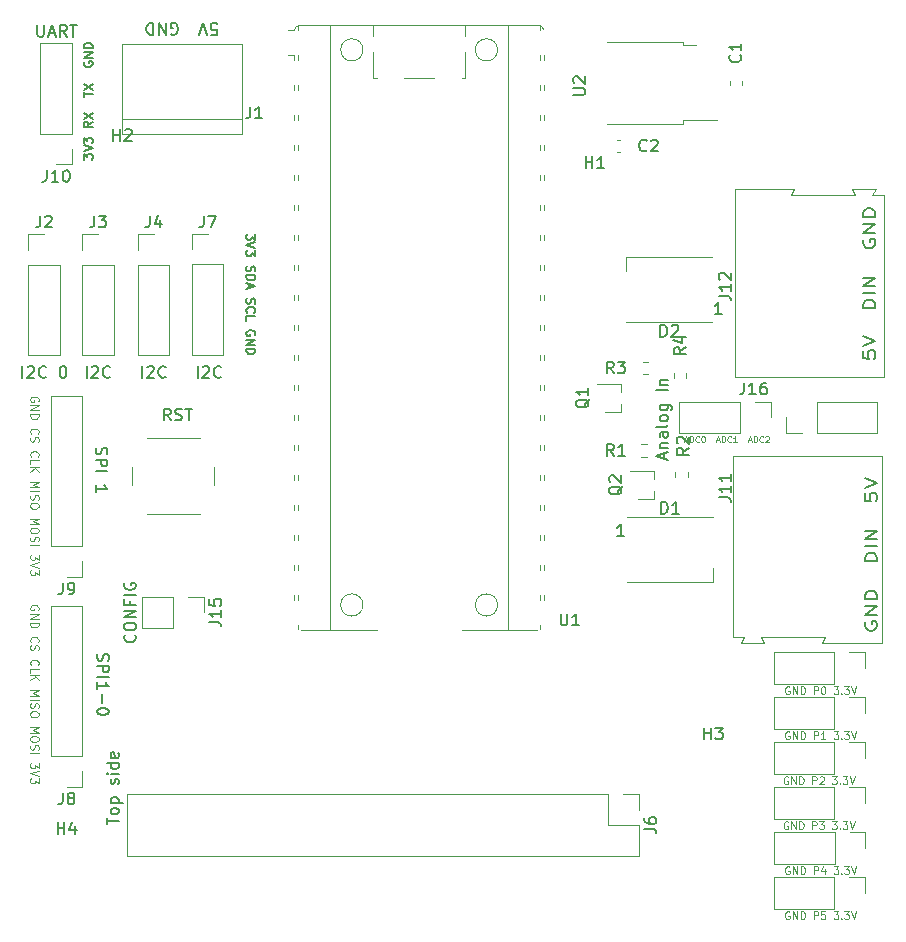
<source format=gbr>
%TF.GenerationSoftware,KiCad,Pcbnew,7.0.2*%
%TF.CreationDate,2023-05-18T15:41:40-05:00*%
%TF.ProjectId,FRC_5690_Common_PCB,4652435f-3536-4393-905f-436f6d6d6f6e,rev?*%
%TF.SameCoordinates,Original*%
%TF.FileFunction,Legend,Top*%
%TF.FilePolarity,Positive*%
%FSLAX46Y46*%
G04 Gerber Fmt 4.6, Leading zero omitted, Abs format (unit mm)*
G04 Created by KiCad (PCBNEW 7.0.2) date 2023-05-18 15:41:40*
%MOMM*%
%LPD*%
G01*
G04 APERTURE LIST*
%ADD10C,0.150000*%
%ADD11C,0.095250*%
%ADD12C,0.101600*%
%ADD13C,0.076200*%
%ADD14C,0.120000*%
G04 APERTURE END LIST*
D10*
X116506714Y-63225380D02*
X116982904Y-63225380D01*
X116982904Y-63225380D02*
X117030523Y-62749190D01*
X117030523Y-62749190D02*
X116982904Y-62796809D01*
X116982904Y-62796809D02*
X116887666Y-62844428D01*
X116887666Y-62844428D02*
X116649571Y-62844428D01*
X116649571Y-62844428D02*
X116554333Y-62796809D01*
X116554333Y-62796809D02*
X116506714Y-62749190D01*
X116506714Y-62749190D02*
X116459095Y-62653952D01*
X116459095Y-62653952D02*
X116459095Y-62415857D01*
X116459095Y-62415857D02*
X116506714Y-62320619D01*
X116506714Y-62320619D02*
X116554333Y-62273000D01*
X116554333Y-62273000D02*
X116649571Y-62225380D01*
X116649571Y-62225380D02*
X116887666Y-62225380D01*
X116887666Y-62225380D02*
X116982904Y-62273000D01*
X116982904Y-62273000D02*
X117030523Y-62320619D01*
X116173380Y-63225380D02*
X115840047Y-62225380D01*
X115840047Y-62225380D02*
X115506714Y-63225380D01*
X113125761Y-63177761D02*
X113220999Y-63225380D01*
X113220999Y-63225380D02*
X113363856Y-63225380D01*
X113363856Y-63225380D02*
X113506713Y-63177761D01*
X113506713Y-63177761D02*
X113601951Y-63082523D01*
X113601951Y-63082523D02*
X113649570Y-62987285D01*
X113649570Y-62987285D02*
X113697189Y-62796809D01*
X113697189Y-62796809D02*
X113697189Y-62653952D01*
X113697189Y-62653952D02*
X113649570Y-62463476D01*
X113649570Y-62463476D02*
X113601951Y-62368238D01*
X113601951Y-62368238D02*
X113506713Y-62273000D01*
X113506713Y-62273000D02*
X113363856Y-62225380D01*
X113363856Y-62225380D02*
X113268618Y-62225380D01*
X113268618Y-62225380D02*
X113125761Y-62273000D01*
X113125761Y-62273000D02*
X113078142Y-62320619D01*
X113078142Y-62320619D02*
X113078142Y-62653952D01*
X113078142Y-62653952D02*
X113268618Y-62653952D01*
X112649570Y-62225380D02*
X112649570Y-63225380D01*
X112649570Y-63225380D02*
X112078142Y-62225380D01*
X112078142Y-62225380D02*
X112078142Y-63225380D01*
X111601951Y-62225380D02*
X111601951Y-63225380D01*
X111601951Y-63225380D02*
X111363856Y-63225380D01*
X111363856Y-63225380D02*
X111220999Y-63177761D01*
X111220999Y-63177761D02*
X111125761Y-63082523D01*
X111125761Y-63082523D02*
X111078142Y-62987285D01*
X111078142Y-62987285D02*
X111030523Y-62796809D01*
X111030523Y-62796809D02*
X111030523Y-62653952D01*
X111030523Y-62653952D02*
X111078142Y-62463476D01*
X111078142Y-62463476D02*
X111125761Y-62368238D01*
X111125761Y-62368238D02*
X111220999Y-62273000D01*
X111220999Y-62273000D02*
X111363856Y-62225380D01*
X111363856Y-62225380D02*
X111601951Y-62225380D01*
D11*
X165456809Y-133683526D02*
X165396333Y-133653288D01*
X165396333Y-133653288D02*
X165305619Y-133653288D01*
X165305619Y-133653288D02*
X165214904Y-133683526D01*
X165214904Y-133683526D02*
X165154428Y-133744002D01*
X165154428Y-133744002D02*
X165124190Y-133804478D01*
X165124190Y-133804478D02*
X165093952Y-133925430D01*
X165093952Y-133925430D02*
X165093952Y-134016145D01*
X165093952Y-134016145D02*
X165124190Y-134137097D01*
X165124190Y-134137097D02*
X165154428Y-134197573D01*
X165154428Y-134197573D02*
X165214904Y-134258050D01*
X165214904Y-134258050D02*
X165305619Y-134288288D01*
X165305619Y-134288288D02*
X165366095Y-134288288D01*
X165366095Y-134288288D02*
X165456809Y-134258050D01*
X165456809Y-134258050D02*
X165487047Y-134227811D01*
X165487047Y-134227811D02*
X165487047Y-134016145D01*
X165487047Y-134016145D02*
X165366095Y-134016145D01*
X165759190Y-134288288D02*
X165759190Y-133653288D01*
X165759190Y-133653288D02*
X166122047Y-134288288D01*
X166122047Y-134288288D02*
X166122047Y-133653288D01*
X166424428Y-134288288D02*
X166424428Y-133653288D01*
X166424428Y-133653288D02*
X166575618Y-133653288D01*
X166575618Y-133653288D02*
X166666333Y-133683526D01*
X166666333Y-133683526D02*
X166726809Y-133744002D01*
X166726809Y-133744002D02*
X166757047Y-133804478D01*
X166757047Y-133804478D02*
X166787285Y-133925430D01*
X166787285Y-133925430D02*
X166787285Y-134016145D01*
X166787285Y-134016145D02*
X166757047Y-134137097D01*
X166757047Y-134137097D02*
X166726809Y-134197573D01*
X166726809Y-134197573D02*
X166666333Y-134258050D01*
X166666333Y-134258050D02*
X166575618Y-134288288D01*
X166575618Y-134288288D02*
X166424428Y-134288288D01*
X167543238Y-134288288D02*
X167543238Y-133653288D01*
X167543238Y-133653288D02*
X167785143Y-133653288D01*
X167785143Y-133653288D02*
X167845619Y-133683526D01*
X167845619Y-133683526D02*
X167875857Y-133713764D01*
X167875857Y-133713764D02*
X167906095Y-133774240D01*
X167906095Y-133774240D02*
X167906095Y-133864954D01*
X167906095Y-133864954D02*
X167875857Y-133925430D01*
X167875857Y-133925430D02*
X167845619Y-133955669D01*
X167845619Y-133955669D02*
X167785143Y-133985907D01*
X167785143Y-133985907D02*
X167543238Y-133985907D01*
X168450381Y-133864954D02*
X168450381Y-134288288D01*
X168299190Y-133623050D02*
X168148000Y-134076621D01*
X168148000Y-134076621D02*
X168541095Y-134076621D01*
X169206334Y-133653288D02*
X169599429Y-133653288D01*
X169599429Y-133653288D02*
X169387762Y-133895192D01*
X169387762Y-133895192D02*
X169478477Y-133895192D01*
X169478477Y-133895192D02*
X169538953Y-133925430D01*
X169538953Y-133925430D02*
X169569191Y-133955669D01*
X169569191Y-133955669D02*
X169599429Y-134016145D01*
X169599429Y-134016145D02*
X169599429Y-134167335D01*
X169599429Y-134167335D02*
X169569191Y-134227811D01*
X169569191Y-134227811D02*
X169538953Y-134258050D01*
X169538953Y-134258050D02*
X169478477Y-134288288D01*
X169478477Y-134288288D02*
X169297048Y-134288288D01*
X169297048Y-134288288D02*
X169236572Y-134258050D01*
X169236572Y-134258050D02*
X169206334Y-134227811D01*
X169871572Y-134227811D02*
X169901810Y-134258050D01*
X169901810Y-134258050D02*
X169871572Y-134288288D01*
X169871572Y-134288288D02*
X169841334Y-134258050D01*
X169841334Y-134258050D02*
X169871572Y-134227811D01*
X169871572Y-134227811D02*
X169871572Y-134288288D01*
X170113477Y-133653288D02*
X170506572Y-133653288D01*
X170506572Y-133653288D02*
X170294905Y-133895192D01*
X170294905Y-133895192D02*
X170385620Y-133895192D01*
X170385620Y-133895192D02*
X170446096Y-133925430D01*
X170446096Y-133925430D02*
X170476334Y-133955669D01*
X170476334Y-133955669D02*
X170506572Y-134016145D01*
X170506572Y-134016145D02*
X170506572Y-134167335D01*
X170506572Y-134167335D02*
X170476334Y-134227811D01*
X170476334Y-134227811D02*
X170446096Y-134258050D01*
X170446096Y-134258050D02*
X170385620Y-134288288D01*
X170385620Y-134288288D02*
X170204191Y-134288288D01*
X170204191Y-134288288D02*
X170143715Y-134258050D01*
X170143715Y-134258050D02*
X170113477Y-134227811D01*
X170688001Y-133653288D02*
X170899667Y-134288288D01*
X170899667Y-134288288D02*
X171111334Y-133653288D01*
X165329809Y-126063526D02*
X165269333Y-126033288D01*
X165269333Y-126033288D02*
X165178619Y-126033288D01*
X165178619Y-126033288D02*
X165087904Y-126063526D01*
X165087904Y-126063526D02*
X165027428Y-126124002D01*
X165027428Y-126124002D02*
X164997190Y-126184478D01*
X164997190Y-126184478D02*
X164966952Y-126305430D01*
X164966952Y-126305430D02*
X164966952Y-126396145D01*
X164966952Y-126396145D02*
X164997190Y-126517097D01*
X164997190Y-126517097D02*
X165027428Y-126577573D01*
X165027428Y-126577573D02*
X165087904Y-126638050D01*
X165087904Y-126638050D02*
X165178619Y-126668288D01*
X165178619Y-126668288D02*
X165239095Y-126668288D01*
X165239095Y-126668288D02*
X165329809Y-126638050D01*
X165329809Y-126638050D02*
X165360047Y-126607811D01*
X165360047Y-126607811D02*
X165360047Y-126396145D01*
X165360047Y-126396145D02*
X165239095Y-126396145D01*
X165632190Y-126668288D02*
X165632190Y-126033288D01*
X165632190Y-126033288D02*
X165995047Y-126668288D01*
X165995047Y-126668288D02*
X165995047Y-126033288D01*
X166297428Y-126668288D02*
X166297428Y-126033288D01*
X166297428Y-126033288D02*
X166448618Y-126033288D01*
X166448618Y-126033288D02*
X166539333Y-126063526D01*
X166539333Y-126063526D02*
X166599809Y-126124002D01*
X166599809Y-126124002D02*
X166630047Y-126184478D01*
X166630047Y-126184478D02*
X166660285Y-126305430D01*
X166660285Y-126305430D02*
X166660285Y-126396145D01*
X166660285Y-126396145D02*
X166630047Y-126517097D01*
X166630047Y-126517097D02*
X166599809Y-126577573D01*
X166599809Y-126577573D02*
X166539333Y-126638050D01*
X166539333Y-126638050D02*
X166448618Y-126668288D01*
X166448618Y-126668288D02*
X166297428Y-126668288D01*
X167416238Y-126668288D02*
X167416238Y-126033288D01*
X167416238Y-126033288D02*
X167658143Y-126033288D01*
X167658143Y-126033288D02*
X167718619Y-126063526D01*
X167718619Y-126063526D02*
X167748857Y-126093764D01*
X167748857Y-126093764D02*
X167779095Y-126154240D01*
X167779095Y-126154240D02*
X167779095Y-126244954D01*
X167779095Y-126244954D02*
X167748857Y-126305430D01*
X167748857Y-126305430D02*
X167718619Y-126335669D01*
X167718619Y-126335669D02*
X167658143Y-126365907D01*
X167658143Y-126365907D02*
X167416238Y-126365907D01*
X168021000Y-126093764D02*
X168051238Y-126063526D01*
X168051238Y-126063526D02*
X168111714Y-126033288D01*
X168111714Y-126033288D02*
X168262905Y-126033288D01*
X168262905Y-126033288D02*
X168323381Y-126063526D01*
X168323381Y-126063526D02*
X168353619Y-126093764D01*
X168353619Y-126093764D02*
X168383857Y-126154240D01*
X168383857Y-126154240D02*
X168383857Y-126214716D01*
X168383857Y-126214716D02*
X168353619Y-126305430D01*
X168353619Y-126305430D02*
X167990762Y-126668288D01*
X167990762Y-126668288D02*
X168383857Y-126668288D01*
X169079334Y-126033288D02*
X169472429Y-126033288D01*
X169472429Y-126033288D02*
X169260762Y-126275192D01*
X169260762Y-126275192D02*
X169351477Y-126275192D01*
X169351477Y-126275192D02*
X169411953Y-126305430D01*
X169411953Y-126305430D02*
X169442191Y-126335669D01*
X169442191Y-126335669D02*
X169472429Y-126396145D01*
X169472429Y-126396145D02*
X169472429Y-126547335D01*
X169472429Y-126547335D02*
X169442191Y-126607811D01*
X169442191Y-126607811D02*
X169411953Y-126638050D01*
X169411953Y-126638050D02*
X169351477Y-126668288D01*
X169351477Y-126668288D02*
X169170048Y-126668288D01*
X169170048Y-126668288D02*
X169109572Y-126638050D01*
X169109572Y-126638050D02*
X169079334Y-126607811D01*
X169744572Y-126607811D02*
X169774810Y-126638050D01*
X169774810Y-126638050D02*
X169744572Y-126668288D01*
X169744572Y-126668288D02*
X169714334Y-126638050D01*
X169714334Y-126638050D02*
X169744572Y-126607811D01*
X169744572Y-126607811D02*
X169744572Y-126668288D01*
X169986477Y-126033288D02*
X170379572Y-126033288D01*
X170379572Y-126033288D02*
X170167905Y-126275192D01*
X170167905Y-126275192D02*
X170258620Y-126275192D01*
X170258620Y-126275192D02*
X170319096Y-126305430D01*
X170319096Y-126305430D02*
X170349334Y-126335669D01*
X170349334Y-126335669D02*
X170379572Y-126396145D01*
X170379572Y-126396145D02*
X170379572Y-126547335D01*
X170379572Y-126547335D02*
X170349334Y-126607811D01*
X170349334Y-126607811D02*
X170319096Y-126638050D01*
X170319096Y-126638050D02*
X170258620Y-126668288D01*
X170258620Y-126668288D02*
X170077191Y-126668288D01*
X170077191Y-126668288D02*
X170016715Y-126638050D01*
X170016715Y-126638050D02*
X169986477Y-126607811D01*
X170561001Y-126033288D02*
X170772667Y-126668288D01*
X170772667Y-126668288D02*
X170984334Y-126033288D01*
D10*
X106900000Y-115641762D02*
X106852380Y-115784619D01*
X106852380Y-115784619D02*
X106852380Y-116022714D01*
X106852380Y-116022714D02*
X106900000Y-116117952D01*
X106900000Y-116117952D02*
X106947619Y-116165571D01*
X106947619Y-116165571D02*
X107042857Y-116213190D01*
X107042857Y-116213190D02*
X107138095Y-116213190D01*
X107138095Y-116213190D02*
X107233333Y-116165571D01*
X107233333Y-116165571D02*
X107280952Y-116117952D01*
X107280952Y-116117952D02*
X107328571Y-116022714D01*
X107328571Y-116022714D02*
X107376190Y-115832238D01*
X107376190Y-115832238D02*
X107423809Y-115737000D01*
X107423809Y-115737000D02*
X107471428Y-115689381D01*
X107471428Y-115689381D02*
X107566666Y-115641762D01*
X107566666Y-115641762D02*
X107661904Y-115641762D01*
X107661904Y-115641762D02*
X107757142Y-115689381D01*
X107757142Y-115689381D02*
X107804761Y-115737000D01*
X107804761Y-115737000D02*
X107852380Y-115832238D01*
X107852380Y-115832238D02*
X107852380Y-116070333D01*
X107852380Y-116070333D02*
X107804761Y-116213190D01*
X106852380Y-116641762D02*
X107852380Y-116641762D01*
X107852380Y-116641762D02*
X107852380Y-117022714D01*
X107852380Y-117022714D02*
X107804761Y-117117952D01*
X107804761Y-117117952D02*
X107757142Y-117165571D01*
X107757142Y-117165571D02*
X107661904Y-117213190D01*
X107661904Y-117213190D02*
X107519047Y-117213190D01*
X107519047Y-117213190D02*
X107423809Y-117165571D01*
X107423809Y-117165571D02*
X107376190Y-117117952D01*
X107376190Y-117117952D02*
X107328571Y-117022714D01*
X107328571Y-117022714D02*
X107328571Y-116641762D01*
X106852380Y-117641762D02*
X107852380Y-117641762D01*
X106852380Y-118641761D02*
X106852380Y-118070333D01*
X106852380Y-118356047D02*
X107852380Y-118356047D01*
X107852380Y-118356047D02*
X107709523Y-118260809D01*
X107709523Y-118260809D02*
X107614285Y-118165571D01*
X107614285Y-118165571D02*
X107566666Y-118070333D01*
X107233333Y-119070333D02*
X107233333Y-119832238D01*
X107852380Y-120498904D02*
X107852380Y-120594142D01*
X107852380Y-120594142D02*
X107804761Y-120689380D01*
X107804761Y-120689380D02*
X107757142Y-120736999D01*
X107757142Y-120736999D02*
X107661904Y-120784618D01*
X107661904Y-120784618D02*
X107471428Y-120832237D01*
X107471428Y-120832237D02*
X107233333Y-120832237D01*
X107233333Y-120832237D02*
X107042857Y-120784618D01*
X107042857Y-120784618D02*
X106947619Y-120736999D01*
X106947619Y-120736999D02*
X106900000Y-120689380D01*
X106900000Y-120689380D02*
X106852380Y-120594142D01*
X106852380Y-120594142D02*
X106852380Y-120498904D01*
X106852380Y-120498904D02*
X106900000Y-120403666D01*
X106900000Y-120403666D02*
X106947619Y-120356047D01*
X106947619Y-120356047D02*
X107042857Y-120308428D01*
X107042857Y-120308428D02*
X107233333Y-120260809D01*
X107233333Y-120260809D02*
X107471428Y-120260809D01*
X107471428Y-120260809D02*
X107661904Y-120308428D01*
X107661904Y-120308428D02*
X107757142Y-120356047D01*
X107757142Y-120356047D02*
X107804761Y-120403666D01*
X107804761Y-120403666D02*
X107852380Y-120498904D01*
X115355810Y-92283619D02*
X115355810Y-91283619D01*
X115784381Y-91378857D02*
X115832000Y-91331238D01*
X115832000Y-91331238D02*
X115927238Y-91283619D01*
X115927238Y-91283619D02*
X116165333Y-91283619D01*
X116165333Y-91283619D02*
X116260571Y-91331238D01*
X116260571Y-91331238D02*
X116308190Y-91378857D01*
X116308190Y-91378857D02*
X116355809Y-91474095D01*
X116355809Y-91474095D02*
X116355809Y-91569333D01*
X116355809Y-91569333D02*
X116308190Y-91712190D01*
X116308190Y-91712190D02*
X115736762Y-92283619D01*
X115736762Y-92283619D02*
X116355809Y-92283619D01*
X117355809Y-92188380D02*
X117308190Y-92236000D01*
X117308190Y-92236000D02*
X117165333Y-92283619D01*
X117165333Y-92283619D02*
X117070095Y-92283619D01*
X117070095Y-92283619D02*
X116927238Y-92236000D01*
X116927238Y-92236000D02*
X116832000Y-92140761D01*
X116832000Y-92140761D02*
X116784381Y-92045523D01*
X116784381Y-92045523D02*
X116736762Y-91855047D01*
X116736762Y-91855047D02*
X116736762Y-91712190D01*
X116736762Y-91712190D02*
X116784381Y-91521714D01*
X116784381Y-91521714D02*
X116832000Y-91426476D01*
X116832000Y-91426476D02*
X116927238Y-91331238D01*
X116927238Y-91331238D02*
X117070095Y-91283619D01*
X117070095Y-91283619D02*
X117165333Y-91283619D01*
X117165333Y-91283619D02*
X117308190Y-91331238D01*
X117308190Y-91331238D02*
X117355809Y-91378857D01*
X171724619Y-90024857D02*
X171724619Y-90629619D01*
X171724619Y-90629619D02*
X172200809Y-90690095D01*
X172200809Y-90690095D02*
X172153190Y-90629619D01*
X172153190Y-90629619D02*
X172105571Y-90508666D01*
X172105571Y-90508666D02*
X172105571Y-90206285D01*
X172105571Y-90206285D02*
X172153190Y-90085333D01*
X172153190Y-90085333D02*
X172200809Y-90024857D01*
X172200809Y-90024857D02*
X172296047Y-89964380D01*
X172296047Y-89964380D02*
X172534142Y-89964380D01*
X172534142Y-89964380D02*
X172629380Y-90024857D01*
X172629380Y-90024857D02*
X172677000Y-90085333D01*
X172677000Y-90085333D02*
X172724619Y-90206285D01*
X172724619Y-90206285D02*
X172724619Y-90508666D01*
X172724619Y-90508666D02*
X172677000Y-90629619D01*
X172677000Y-90629619D02*
X172629380Y-90690095D01*
X171724619Y-89601523D02*
X172724619Y-89178190D01*
X172724619Y-89178190D02*
X171724619Y-88754856D01*
X172724619Y-86396286D02*
X171724619Y-86396286D01*
X171724619Y-86396286D02*
X171724619Y-86093905D01*
X171724619Y-86093905D02*
X171772238Y-85912476D01*
X171772238Y-85912476D02*
X171867476Y-85791524D01*
X171867476Y-85791524D02*
X171962714Y-85731047D01*
X171962714Y-85731047D02*
X172153190Y-85670571D01*
X172153190Y-85670571D02*
X172296047Y-85670571D01*
X172296047Y-85670571D02*
X172486523Y-85731047D01*
X172486523Y-85731047D02*
X172581761Y-85791524D01*
X172581761Y-85791524D02*
X172677000Y-85912476D01*
X172677000Y-85912476D02*
X172724619Y-86093905D01*
X172724619Y-86093905D02*
X172724619Y-86396286D01*
X172724619Y-85126286D02*
X171724619Y-85126286D01*
X172724619Y-84521524D02*
X171724619Y-84521524D01*
X171724619Y-84521524D02*
X172724619Y-83795809D01*
X172724619Y-83795809D02*
X171724619Y-83795809D01*
X171772238Y-80590571D02*
X171724619Y-80711524D01*
X171724619Y-80711524D02*
X171724619Y-80892952D01*
X171724619Y-80892952D02*
X171772238Y-81074381D01*
X171772238Y-81074381D02*
X171867476Y-81195333D01*
X171867476Y-81195333D02*
X171962714Y-81255810D01*
X171962714Y-81255810D02*
X172153190Y-81316286D01*
X172153190Y-81316286D02*
X172296047Y-81316286D01*
X172296047Y-81316286D02*
X172486523Y-81255810D01*
X172486523Y-81255810D02*
X172581761Y-81195333D01*
X172581761Y-81195333D02*
X172677000Y-81074381D01*
X172677000Y-81074381D02*
X172724619Y-80892952D01*
X172724619Y-80892952D02*
X172724619Y-80772000D01*
X172724619Y-80772000D02*
X172677000Y-80590571D01*
X172677000Y-80590571D02*
X172629380Y-80530095D01*
X172629380Y-80530095D02*
X172296047Y-80530095D01*
X172296047Y-80530095D02*
X172296047Y-80772000D01*
X172724619Y-79985810D02*
X171724619Y-79985810D01*
X171724619Y-79985810D02*
X172724619Y-79260095D01*
X172724619Y-79260095D02*
X171724619Y-79260095D01*
X172724619Y-78655334D02*
X171724619Y-78655334D01*
X171724619Y-78655334D02*
X171724619Y-78352953D01*
X171724619Y-78352953D02*
X171772238Y-78171524D01*
X171772238Y-78171524D02*
X171867476Y-78050572D01*
X171867476Y-78050572D02*
X171962714Y-77990095D01*
X171962714Y-77990095D02*
X172153190Y-77929619D01*
X172153190Y-77929619D02*
X172296047Y-77929619D01*
X172296047Y-77929619D02*
X172486523Y-77990095D01*
X172486523Y-77990095D02*
X172581761Y-78050572D01*
X172581761Y-78050572D02*
X172677000Y-78171524D01*
X172677000Y-78171524D02*
X172724619Y-78352953D01*
X172724619Y-78352953D02*
X172724619Y-78655334D01*
D11*
X165456809Y-137493526D02*
X165396333Y-137463288D01*
X165396333Y-137463288D02*
X165305619Y-137463288D01*
X165305619Y-137463288D02*
X165214904Y-137493526D01*
X165214904Y-137493526D02*
X165154428Y-137554002D01*
X165154428Y-137554002D02*
X165124190Y-137614478D01*
X165124190Y-137614478D02*
X165093952Y-137735430D01*
X165093952Y-137735430D02*
X165093952Y-137826145D01*
X165093952Y-137826145D02*
X165124190Y-137947097D01*
X165124190Y-137947097D02*
X165154428Y-138007573D01*
X165154428Y-138007573D02*
X165214904Y-138068050D01*
X165214904Y-138068050D02*
X165305619Y-138098288D01*
X165305619Y-138098288D02*
X165366095Y-138098288D01*
X165366095Y-138098288D02*
X165456809Y-138068050D01*
X165456809Y-138068050D02*
X165487047Y-138037811D01*
X165487047Y-138037811D02*
X165487047Y-137826145D01*
X165487047Y-137826145D02*
X165366095Y-137826145D01*
X165759190Y-138098288D02*
X165759190Y-137463288D01*
X165759190Y-137463288D02*
X166122047Y-138098288D01*
X166122047Y-138098288D02*
X166122047Y-137463288D01*
X166424428Y-138098288D02*
X166424428Y-137463288D01*
X166424428Y-137463288D02*
X166575618Y-137463288D01*
X166575618Y-137463288D02*
X166666333Y-137493526D01*
X166666333Y-137493526D02*
X166726809Y-137554002D01*
X166726809Y-137554002D02*
X166757047Y-137614478D01*
X166757047Y-137614478D02*
X166787285Y-137735430D01*
X166787285Y-137735430D02*
X166787285Y-137826145D01*
X166787285Y-137826145D02*
X166757047Y-137947097D01*
X166757047Y-137947097D02*
X166726809Y-138007573D01*
X166726809Y-138007573D02*
X166666333Y-138068050D01*
X166666333Y-138068050D02*
X166575618Y-138098288D01*
X166575618Y-138098288D02*
X166424428Y-138098288D01*
X167543238Y-138098288D02*
X167543238Y-137463288D01*
X167543238Y-137463288D02*
X167785143Y-137463288D01*
X167785143Y-137463288D02*
X167845619Y-137493526D01*
X167845619Y-137493526D02*
X167875857Y-137523764D01*
X167875857Y-137523764D02*
X167906095Y-137584240D01*
X167906095Y-137584240D02*
X167906095Y-137674954D01*
X167906095Y-137674954D02*
X167875857Y-137735430D01*
X167875857Y-137735430D02*
X167845619Y-137765669D01*
X167845619Y-137765669D02*
X167785143Y-137795907D01*
X167785143Y-137795907D02*
X167543238Y-137795907D01*
X168480619Y-137463288D02*
X168178238Y-137463288D01*
X168178238Y-137463288D02*
X168148000Y-137765669D01*
X168148000Y-137765669D02*
X168178238Y-137735430D01*
X168178238Y-137735430D02*
X168238714Y-137705192D01*
X168238714Y-137705192D02*
X168389905Y-137705192D01*
X168389905Y-137705192D02*
X168450381Y-137735430D01*
X168450381Y-137735430D02*
X168480619Y-137765669D01*
X168480619Y-137765669D02*
X168510857Y-137826145D01*
X168510857Y-137826145D02*
X168510857Y-137977335D01*
X168510857Y-137977335D02*
X168480619Y-138037811D01*
X168480619Y-138037811D02*
X168450381Y-138068050D01*
X168450381Y-138068050D02*
X168389905Y-138098288D01*
X168389905Y-138098288D02*
X168238714Y-138098288D01*
X168238714Y-138098288D02*
X168178238Y-138068050D01*
X168178238Y-138068050D02*
X168148000Y-138037811D01*
X169206334Y-137463288D02*
X169599429Y-137463288D01*
X169599429Y-137463288D02*
X169387762Y-137705192D01*
X169387762Y-137705192D02*
X169478477Y-137705192D01*
X169478477Y-137705192D02*
X169538953Y-137735430D01*
X169538953Y-137735430D02*
X169569191Y-137765669D01*
X169569191Y-137765669D02*
X169599429Y-137826145D01*
X169599429Y-137826145D02*
X169599429Y-137977335D01*
X169599429Y-137977335D02*
X169569191Y-138037811D01*
X169569191Y-138037811D02*
X169538953Y-138068050D01*
X169538953Y-138068050D02*
X169478477Y-138098288D01*
X169478477Y-138098288D02*
X169297048Y-138098288D01*
X169297048Y-138098288D02*
X169236572Y-138068050D01*
X169236572Y-138068050D02*
X169206334Y-138037811D01*
X169871572Y-138037811D02*
X169901810Y-138068050D01*
X169901810Y-138068050D02*
X169871572Y-138098288D01*
X169871572Y-138098288D02*
X169841334Y-138068050D01*
X169841334Y-138068050D02*
X169871572Y-138037811D01*
X169871572Y-138037811D02*
X169871572Y-138098288D01*
X170113477Y-137463288D02*
X170506572Y-137463288D01*
X170506572Y-137463288D02*
X170294905Y-137705192D01*
X170294905Y-137705192D02*
X170385620Y-137705192D01*
X170385620Y-137705192D02*
X170446096Y-137735430D01*
X170446096Y-137735430D02*
X170476334Y-137765669D01*
X170476334Y-137765669D02*
X170506572Y-137826145D01*
X170506572Y-137826145D02*
X170506572Y-137977335D01*
X170506572Y-137977335D02*
X170476334Y-138037811D01*
X170476334Y-138037811D02*
X170446096Y-138068050D01*
X170446096Y-138068050D02*
X170385620Y-138098288D01*
X170385620Y-138098288D02*
X170204191Y-138098288D01*
X170204191Y-138098288D02*
X170143715Y-138068050D01*
X170143715Y-138068050D02*
X170113477Y-138037811D01*
X170688001Y-137463288D02*
X170899667Y-138098288D01*
X170899667Y-138098288D02*
X171111334Y-137463288D01*
D12*
X101856370Y-111920866D02*
X101890237Y-111853133D01*
X101890237Y-111853133D02*
X101890237Y-111751533D01*
X101890237Y-111751533D02*
X101856370Y-111649933D01*
X101856370Y-111649933D02*
X101788637Y-111582200D01*
X101788637Y-111582200D02*
X101720904Y-111548333D01*
X101720904Y-111548333D02*
X101585437Y-111514466D01*
X101585437Y-111514466D02*
X101483837Y-111514466D01*
X101483837Y-111514466D02*
X101348370Y-111548333D01*
X101348370Y-111548333D02*
X101280637Y-111582200D01*
X101280637Y-111582200D02*
X101212904Y-111649933D01*
X101212904Y-111649933D02*
X101179037Y-111751533D01*
X101179037Y-111751533D02*
X101179037Y-111819266D01*
X101179037Y-111819266D02*
X101212904Y-111920866D01*
X101212904Y-111920866D02*
X101246770Y-111954733D01*
X101246770Y-111954733D02*
X101483837Y-111954733D01*
X101483837Y-111954733D02*
X101483837Y-111819266D01*
X101179037Y-112259533D02*
X101890237Y-112259533D01*
X101890237Y-112259533D02*
X101179037Y-112665933D01*
X101179037Y-112665933D02*
X101890237Y-112665933D01*
X101179037Y-113004600D02*
X101890237Y-113004600D01*
X101890237Y-113004600D02*
X101890237Y-113173933D01*
X101890237Y-113173933D02*
X101856370Y-113275533D01*
X101856370Y-113275533D02*
X101788637Y-113343267D01*
X101788637Y-113343267D02*
X101720904Y-113377133D01*
X101720904Y-113377133D02*
X101585437Y-113411000D01*
X101585437Y-113411000D02*
X101483837Y-113411000D01*
X101483837Y-113411000D02*
X101348370Y-113377133D01*
X101348370Y-113377133D02*
X101280637Y-113343267D01*
X101280637Y-113343267D02*
X101212904Y-113275533D01*
X101212904Y-113275533D02*
X101179037Y-113173933D01*
X101179037Y-113173933D02*
X101179037Y-113004600D01*
X101246770Y-114664067D02*
X101212904Y-114630200D01*
X101212904Y-114630200D02*
X101179037Y-114528600D01*
X101179037Y-114528600D02*
X101179037Y-114460867D01*
X101179037Y-114460867D02*
X101212904Y-114359267D01*
X101212904Y-114359267D02*
X101280637Y-114291534D01*
X101280637Y-114291534D02*
X101348370Y-114257667D01*
X101348370Y-114257667D02*
X101483837Y-114223800D01*
X101483837Y-114223800D02*
X101585437Y-114223800D01*
X101585437Y-114223800D02*
X101720904Y-114257667D01*
X101720904Y-114257667D02*
X101788637Y-114291534D01*
X101788637Y-114291534D02*
X101856370Y-114359267D01*
X101856370Y-114359267D02*
X101890237Y-114460867D01*
X101890237Y-114460867D02*
X101890237Y-114528600D01*
X101890237Y-114528600D02*
X101856370Y-114630200D01*
X101856370Y-114630200D02*
X101822504Y-114664067D01*
X101212904Y-114935000D02*
X101179037Y-115036600D01*
X101179037Y-115036600D02*
X101179037Y-115205934D01*
X101179037Y-115205934D02*
X101212904Y-115273667D01*
X101212904Y-115273667D02*
X101246770Y-115307534D01*
X101246770Y-115307534D02*
X101314504Y-115341400D01*
X101314504Y-115341400D02*
X101382237Y-115341400D01*
X101382237Y-115341400D02*
X101449970Y-115307534D01*
X101449970Y-115307534D02*
X101483837Y-115273667D01*
X101483837Y-115273667D02*
X101517704Y-115205934D01*
X101517704Y-115205934D02*
X101551570Y-115070467D01*
X101551570Y-115070467D02*
X101585437Y-115002734D01*
X101585437Y-115002734D02*
X101619304Y-114968867D01*
X101619304Y-114968867D02*
X101687037Y-114935000D01*
X101687037Y-114935000D02*
X101754770Y-114935000D01*
X101754770Y-114935000D02*
X101822504Y-114968867D01*
X101822504Y-114968867D02*
X101856370Y-115002734D01*
X101856370Y-115002734D02*
X101890237Y-115070467D01*
X101890237Y-115070467D02*
X101890237Y-115239800D01*
X101890237Y-115239800D02*
X101856370Y-115341400D01*
X101246770Y-116594467D02*
X101212904Y-116560600D01*
X101212904Y-116560600D02*
X101179037Y-116459000D01*
X101179037Y-116459000D02*
X101179037Y-116391267D01*
X101179037Y-116391267D02*
X101212904Y-116289667D01*
X101212904Y-116289667D02*
X101280637Y-116221934D01*
X101280637Y-116221934D02*
X101348370Y-116188067D01*
X101348370Y-116188067D02*
X101483837Y-116154200D01*
X101483837Y-116154200D02*
X101585437Y-116154200D01*
X101585437Y-116154200D02*
X101720904Y-116188067D01*
X101720904Y-116188067D02*
X101788637Y-116221934D01*
X101788637Y-116221934D02*
X101856370Y-116289667D01*
X101856370Y-116289667D02*
X101890237Y-116391267D01*
X101890237Y-116391267D02*
X101890237Y-116459000D01*
X101890237Y-116459000D02*
X101856370Y-116560600D01*
X101856370Y-116560600D02*
X101822504Y-116594467D01*
X101179037Y-117237934D02*
X101179037Y-116899267D01*
X101179037Y-116899267D02*
X101890237Y-116899267D01*
X101179037Y-117475000D02*
X101890237Y-117475000D01*
X101179037Y-117881400D02*
X101585437Y-117576600D01*
X101890237Y-117881400D02*
X101483837Y-117475000D01*
X101179037Y-118728067D02*
X101890237Y-118728067D01*
X101890237Y-118728067D02*
X101382237Y-118965134D01*
X101382237Y-118965134D02*
X101890237Y-119202200D01*
X101890237Y-119202200D02*
X101179037Y-119202200D01*
X101179037Y-119540867D02*
X101890237Y-119540867D01*
X101212904Y-119845667D02*
X101179037Y-119947267D01*
X101179037Y-119947267D02*
X101179037Y-120116601D01*
X101179037Y-120116601D02*
X101212904Y-120184334D01*
X101212904Y-120184334D02*
X101246770Y-120218201D01*
X101246770Y-120218201D02*
X101314504Y-120252067D01*
X101314504Y-120252067D02*
X101382237Y-120252067D01*
X101382237Y-120252067D02*
X101449970Y-120218201D01*
X101449970Y-120218201D02*
X101483837Y-120184334D01*
X101483837Y-120184334D02*
X101517704Y-120116601D01*
X101517704Y-120116601D02*
X101551570Y-119981134D01*
X101551570Y-119981134D02*
X101585437Y-119913401D01*
X101585437Y-119913401D02*
X101619304Y-119879534D01*
X101619304Y-119879534D02*
X101687037Y-119845667D01*
X101687037Y-119845667D02*
X101754770Y-119845667D01*
X101754770Y-119845667D02*
X101822504Y-119879534D01*
X101822504Y-119879534D02*
X101856370Y-119913401D01*
X101856370Y-119913401D02*
X101890237Y-119981134D01*
X101890237Y-119981134D02*
X101890237Y-120150467D01*
X101890237Y-120150467D02*
X101856370Y-120252067D01*
X101890237Y-120692334D02*
X101890237Y-120827800D01*
X101890237Y-120827800D02*
X101856370Y-120895534D01*
X101856370Y-120895534D02*
X101788637Y-120963267D01*
X101788637Y-120963267D02*
X101653170Y-120997134D01*
X101653170Y-120997134D02*
X101416104Y-120997134D01*
X101416104Y-120997134D02*
X101280637Y-120963267D01*
X101280637Y-120963267D02*
X101212904Y-120895534D01*
X101212904Y-120895534D02*
X101179037Y-120827800D01*
X101179037Y-120827800D02*
X101179037Y-120692334D01*
X101179037Y-120692334D02*
X101212904Y-120624600D01*
X101212904Y-120624600D02*
X101280637Y-120556867D01*
X101280637Y-120556867D02*
X101416104Y-120523000D01*
X101416104Y-120523000D02*
X101653170Y-120523000D01*
X101653170Y-120523000D02*
X101788637Y-120556867D01*
X101788637Y-120556867D02*
X101856370Y-120624600D01*
X101856370Y-120624600D02*
X101890237Y-120692334D01*
X101179037Y-121843801D02*
X101890237Y-121843801D01*
X101890237Y-121843801D02*
X101382237Y-122080868D01*
X101382237Y-122080868D02*
X101890237Y-122317934D01*
X101890237Y-122317934D02*
X101179037Y-122317934D01*
X101890237Y-122792068D02*
X101890237Y-122927534D01*
X101890237Y-122927534D02*
X101856370Y-122995268D01*
X101856370Y-122995268D02*
X101788637Y-123063001D01*
X101788637Y-123063001D02*
X101653170Y-123096868D01*
X101653170Y-123096868D02*
X101416104Y-123096868D01*
X101416104Y-123096868D02*
X101280637Y-123063001D01*
X101280637Y-123063001D02*
X101212904Y-122995268D01*
X101212904Y-122995268D02*
X101179037Y-122927534D01*
X101179037Y-122927534D02*
X101179037Y-122792068D01*
X101179037Y-122792068D02*
X101212904Y-122724334D01*
X101212904Y-122724334D02*
X101280637Y-122656601D01*
X101280637Y-122656601D02*
X101416104Y-122622734D01*
X101416104Y-122622734D02*
X101653170Y-122622734D01*
X101653170Y-122622734D02*
X101788637Y-122656601D01*
X101788637Y-122656601D02*
X101856370Y-122724334D01*
X101856370Y-122724334D02*
X101890237Y-122792068D01*
X101212904Y-123367801D02*
X101179037Y-123469401D01*
X101179037Y-123469401D02*
X101179037Y-123638735D01*
X101179037Y-123638735D02*
X101212904Y-123706468D01*
X101212904Y-123706468D02*
X101246770Y-123740335D01*
X101246770Y-123740335D02*
X101314504Y-123774201D01*
X101314504Y-123774201D02*
X101382237Y-123774201D01*
X101382237Y-123774201D02*
X101449970Y-123740335D01*
X101449970Y-123740335D02*
X101483837Y-123706468D01*
X101483837Y-123706468D02*
X101517704Y-123638735D01*
X101517704Y-123638735D02*
X101551570Y-123503268D01*
X101551570Y-123503268D02*
X101585437Y-123435535D01*
X101585437Y-123435535D02*
X101619304Y-123401668D01*
X101619304Y-123401668D02*
X101687037Y-123367801D01*
X101687037Y-123367801D02*
X101754770Y-123367801D01*
X101754770Y-123367801D02*
X101822504Y-123401668D01*
X101822504Y-123401668D02*
X101856370Y-123435535D01*
X101856370Y-123435535D02*
X101890237Y-123503268D01*
X101890237Y-123503268D02*
X101890237Y-123672601D01*
X101890237Y-123672601D02*
X101856370Y-123774201D01*
X101179037Y-124079001D02*
X101890237Y-124079001D01*
X101890237Y-124891802D02*
X101890237Y-125332068D01*
X101890237Y-125332068D02*
X101619304Y-125095002D01*
X101619304Y-125095002D02*
X101619304Y-125196602D01*
X101619304Y-125196602D02*
X101585437Y-125264335D01*
X101585437Y-125264335D02*
X101551570Y-125298202D01*
X101551570Y-125298202D02*
X101483837Y-125332068D01*
X101483837Y-125332068D02*
X101314504Y-125332068D01*
X101314504Y-125332068D02*
X101246770Y-125298202D01*
X101246770Y-125298202D02*
X101212904Y-125264335D01*
X101212904Y-125264335D02*
X101179037Y-125196602D01*
X101179037Y-125196602D02*
X101179037Y-124993402D01*
X101179037Y-124993402D02*
X101212904Y-124925668D01*
X101212904Y-124925668D02*
X101246770Y-124891802D01*
X101890237Y-125535268D02*
X101179037Y-125772335D01*
X101179037Y-125772335D02*
X101890237Y-126009401D01*
X101890237Y-126178735D02*
X101890237Y-126619001D01*
X101890237Y-126619001D02*
X101619304Y-126381935D01*
X101619304Y-126381935D02*
X101619304Y-126483535D01*
X101619304Y-126483535D02*
X101585437Y-126551268D01*
X101585437Y-126551268D02*
X101551570Y-126585135D01*
X101551570Y-126585135D02*
X101483837Y-126619001D01*
X101483837Y-126619001D02*
X101314504Y-126619001D01*
X101314504Y-126619001D02*
X101246770Y-126585135D01*
X101246770Y-126585135D02*
X101212904Y-126551268D01*
X101212904Y-126551268D02*
X101179037Y-126483535D01*
X101179037Y-126483535D02*
X101179037Y-126280335D01*
X101179037Y-126280335D02*
X101212904Y-126212601D01*
X101212904Y-126212601D02*
X101246770Y-126178735D01*
D10*
X105957810Y-92283619D02*
X105957810Y-91283619D01*
X106386381Y-91378857D02*
X106434000Y-91331238D01*
X106434000Y-91331238D02*
X106529238Y-91283619D01*
X106529238Y-91283619D02*
X106767333Y-91283619D01*
X106767333Y-91283619D02*
X106862571Y-91331238D01*
X106862571Y-91331238D02*
X106910190Y-91378857D01*
X106910190Y-91378857D02*
X106957809Y-91474095D01*
X106957809Y-91474095D02*
X106957809Y-91569333D01*
X106957809Y-91569333D02*
X106910190Y-91712190D01*
X106910190Y-91712190D02*
X106338762Y-92283619D01*
X106338762Y-92283619D02*
X106957809Y-92283619D01*
X107957809Y-92188380D02*
X107910190Y-92236000D01*
X107910190Y-92236000D02*
X107767333Y-92283619D01*
X107767333Y-92283619D02*
X107672095Y-92283619D01*
X107672095Y-92283619D02*
X107529238Y-92236000D01*
X107529238Y-92236000D02*
X107434000Y-92140761D01*
X107434000Y-92140761D02*
X107386381Y-92045523D01*
X107386381Y-92045523D02*
X107338762Y-91855047D01*
X107338762Y-91855047D02*
X107338762Y-91712190D01*
X107338762Y-91712190D02*
X107386381Y-91521714D01*
X107386381Y-91521714D02*
X107434000Y-91426476D01*
X107434000Y-91426476D02*
X107529238Y-91331238D01*
X107529238Y-91331238D02*
X107672095Y-91283619D01*
X107672095Y-91283619D02*
X107767333Y-91283619D01*
X107767333Y-91283619D02*
X107910190Y-91331238D01*
X107910190Y-91331238D02*
X107957809Y-91378857D01*
X120235254Y-80118857D02*
X120235254Y-80590571D01*
X120235254Y-80590571D02*
X119944968Y-80336571D01*
X119944968Y-80336571D02*
X119944968Y-80445428D01*
X119944968Y-80445428D02*
X119908682Y-80518000D01*
X119908682Y-80518000D02*
X119872397Y-80554285D01*
X119872397Y-80554285D02*
X119799825Y-80590571D01*
X119799825Y-80590571D02*
X119618397Y-80590571D01*
X119618397Y-80590571D02*
X119545825Y-80554285D01*
X119545825Y-80554285D02*
X119509540Y-80518000D01*
X119509540Y-80518000D02*
X119473254Y-80445428D01*
X119473254Y-80445428D02*
X119473254Y-80227714D01*
X119473254Y-80227714D02*
X119509540Y-80155142D01*
X119509540Y-80155142D02*
X119545825Y-80118857D01*
X120235254Y-80808285D02*
X119473254Y-81062285D01*
X119473254Y-81062285D02*
X120235254Y-81316285D01*
X120235254Y-81497714D02*
X120235254Y-81969428D01*
X120235254Y-81969428D02*
X119944968Y-81715428D01*
X119944968Y-81715428D02*
X119944968Y-81824285D01*
X119944968Y-81824285D02*
X119908682Y-81896857D01*
X119908682Y-81896857D02*
X119872397Y-81933142D01*
X119872397Y-81933142D02*
X119799825Y-81969428D01*
X119799825Y-81969428D02*
X119618397Y-81969428D01*
X119618397Y-81969428D02*
X119545825Y-81933142D01*
X119545825Y-81933142D02*
X119509540Y-81896857D01*
X119509540Y-81896857D02*
X119473254Y-81824285D01*
X119473254Y-81824285D02*
X119473254Y-81606571D01*
X119473254Y-81606571D02*
X119509540Y-81533999D01*
X119509540Y-81533999D02*
X119545825Y-81497714D01*
X119509540Y-82840284D02*
X119473254Y-82949142D01*
X119473254Y-82949142D02*
X119473254Y-83130570D01*
X119473254Y-83130570D02*
X119509540Y-83203142D01*
X119509540Y-83203142D02*
X119545825Y-83239427D01*
X119545825Y-83239427D02*
X119618397Y-83275713D01*
X119618397Y-83275713D02*
X119690968Y-83275713D01*
X119690968Y-83275713D02*
X119763540Y-83239427D01*
X119763540Y-83239427D02*
X119799825Y-83203142D01*
X119799825Y-83203142D02*
X119836111Y-83130570D01*
X119836111Y-83130570D02*
X119872397Y-82985427D01*
X119872397Y-82985427D02*
X119908682Y-82912856D01*
X119908682Y-82912856D02*
X119944968Y-82876570D01*
X119944968Y-82876570D02*
X120017540Y-82840284D01*
X120017540Y-82840284D02*
X120090111Y-82840284D01*
X120090111Y-82840284D02*
X120162682Y-82876570D01*
X120162682Y-82876570D02*
X120198968Y-82912856D01*
X120198968Y-82912856D02*
X120235254Y-82985427D01*
X120235254Y-82985427D02*
X120235254Y-83166856D01*
X120235254Y-83166856D02*
X120198968Y-83275713D01*
X119473254Y-83602284D02*
X120235254Y-83602284D01*
X120235254Y-83602284D02*
X120235254Y-83783713D01*
X120235254Y-83783713D02*
X120198968Y-83892570D01*
X120198968Y-83892570D02*
X120126397Y-83965141D01*
X120126397Y-83965141D02*
X120053825Y-84001427D01*
X120053825Y-84001427D02*
X119908682Y-84037713D01*
X119908682Y-84037713D02*
X119799825Y-84037713D01*
X119799825Y-84037713D02*
X119654682Y-84001427D01*
X119654682Y-84001427D02*
X119582111Y-83965141D01*
X119582111Y-83965141D02*
X119509540Y-83892570D01*
X119509540Y-83892570D02*
X119473254Y-83783713D01*
X119473254Y-83783713D02*
X119473254Y-83602284D01*
X119690968Y-84327998D02*
X119690968Y-84690856D01*
X119473254Y-84255427D02*
X120235254Y-84509427D01*
X120235254Y-84509427D02*
X119473254Y-84763427D01*
X119509540Y-85561712D02*
X119473254Y-85670570D01*
X119473254Y-85670570D02*
X119473254Y-85851998D01*
X119473254Y-85851998D02*
X119509540Y-85924570D01*
X119509540Y-85924570D02*
X119545825Y-85960855D01*
X119545825Y-85960855D02*
X119618397Y-85997141D01*
X119618397Y-85997141D02*
X119690968Y-85997141D01*
X119690968Y-85997141D02*
X119763540Y-85960855D01*
X119763540Y-85960855D02*
X119799825Y-85924570D01*
X119799825Y-85924570D02*
X119836111Y-85851998D01*
X119836111Y-85851998D02*
X119872397Y-85706855D01*
X119872397Y-85706855D02*
X119908682Y-85634284D01*
X119908682Y-85634284D02*
X119944968Y-85597998D01*
X119944968Y-85597998D02*
X120017540Y-85561712D01*
X120017540Y-85561712D02*
X120090111Y-85561712D01*
X120090111Y-85561712D02*
X120162682Y-85597998D01*
X120162682Y-85597998D02*
X120198968Y-85634284D01*
X120198968Y-85634284D02*
X120235254Y-85706855D01*
X120235254Y-85706855D02*
X120235254Y-85888284D01*
X120235254Y-85888284D02*
X120198968Y-85997141D01*
X119545825Y-86759141D02*
X119509540Y-86722855D01*
X119509540Y-86722855D02*
X119473254Y-86613998D01*
X119473254Y-86613998D02*
X119473254Y-86541426D01*
X119473254Y-86541426D02*
X119509540Y-86432569D01*
X119509540Y-86432569D02*
X119582111Y-86359998D01*
X119582111Y-86359998D02*
X119654682Y-86323712D01*
X119654682Y-86323712D02*
X119799825Y-86287426D01*
X119799825Y-86287426D02*
X119908682Y-86287426D01*
X119908682Y-86287426D02*
X120053825Y-86323712D01*
X120053825Y-86323712D02*
X120126397Y-86359998D01*
X120126397Y-86359998D02*
X120198968Y-86432569D01*
X120198968Y-86432569D02*
X120235254Y-86541426D01*
X120235254Y-86541426D02*
X120235254Y-86613998D01*
X120235254Y-86613998D02*
X120198968Y-86722855D01*
X120198968Y-86722855D02*
X120162682Y-86759141D01*
X119473254Y-87448569D02*
X119473254Y-87085712D01*
X119473254Y-87085712D02*
X120235254Y-87085712D01*
X120198968Y-88682283D02*
X120235254Y-88609712D01*
X120235254Y-88609712D02*
X120235254Y-88500854D01*
X120235254Y-88500854D02*
X120198968Y-88391997D01*
X120198968Y-88391997D02*
X120126397Y-88319426D01*
X120126397Y-88319426D02*
X120053825Y-88283140D01*
X120053825Y-88283140D02*
X119908682Y-88246854D01*
X119908682Y-88246854D02*
X119799825Y-88246854D01*
X119799825Y-88246854D02*
X119654682Y-88283140D01*
X119654682Y-88283140D02*
X119582111Y-88319426D01*
X119582111Y-88319426D02*
X119509540Y-88391997D01*
X119509540Y-88391997D02*
X119473254Y-88500854D01*
X119473254Y-88500854D02*
X119473254Y-88573426D01*
X119473254Y-88573426D02*
X119509540Y-88682283D01*
X119509540Y-88682283D02*
X119545825Y-88718569D01*
X119545825Y-88718569D02*
X119799825Y-88718569D01*
X119799825Y-88718569D02*
X119799825Y-88573426D01*
X119473254Y-89045140D02*
X120235254Y-89045140D01*
X120235254Y-89045140D02*
X119473254Y-89480569D01*
X119473254Y-89480569D02*
X120235254Y-89480569D01*
X119473254Y-89843426D02*
X120235254Y-89843426D01*
X120235254Y-89843426D02*
X120235254Y-90024855D01*
X120235254Y-90024855D02*
X120198968Y-90133712D01*
X120198968Y-90133712D02*
X120126397Y-90206283D01*
X120126397Y-90206283D02*
X120053825Y-90242569D01*
X120053825Y-90242569D02*
X119908682Y-90278855D01*
X119908682Y-90278855D02*
X119799825Y-90278855D01*
X119799825Y-90278855D02*
X119654682Y-90242569D01*
X119654682Y-90242569D02*
X119582111Y-90206283D01*
X119582111Y-90206283D02*
X119509540Y-90133712D01*
X119509540Y-90133712D02*
X119473254Y-90024855D01*
X119473254Y-90024855D02*
X119473254Y-89843426D01*
D13*
X156560761Y-97582687D02*
X156802666Y-97582687D01*
X156512380Y-97727830D02*
X156681714Y-97219830D01*
X156681714Y-97219830D02*
X156851047Y-97727830D01*
X157020381Y-97727830D02*
X157020381Y-97219830D01*
X157020381Y-97219830D02*
X157141333Y-97219830D01*
X157141333Y-97219830D02*
X157213905Y-97244020D01*
X157213905Y-97244020D02*
X157262286Y-97292401D01*
X157262286Y-97292401D02*
X157286476Y-97340782D01*
X157286476Y-97340782D02*
X157310667Y-97437544D01*
X157310667Y-97437544D02*
X157310667Y-97510116D01*
X157310667Y-97510116D02*
X157286476Y-97606878D01*
X157286476Y-97606878D02*
X157262286Y-97655259D01*
X157262286Y-97655259D02*
X157213905Y-97703640D01*
X157213905Y-97703640D02*
X157141333Y-97727830D01*
X157141333Y-97727830D02*
X157020381Y-97727830D01*
X157818667Y-97679449D02*
X157794476Y-97703640D01*
X157794476Y-97703640D02*
X157721905Y-97727830D01*
X157721905Y-97727830D02*
X157673524Y-97727830D01*
X157673524Y-97727830D02*
X157600952Y-97703640D01*
X157600952Y-97703640D02*
X157552571Y-97655259D01*
X157552571Y-97655259D02*
X157528381Y-97606878D01*
X157528381Y-97606878D02*
X157504190Y-97510116D01*
X157504190Y-97510116D02*
X157504190Y-97437544D01*
X157504190Y-97437544D02*
X157528381Y-97340782D01*
X157528381Y-97340782D02*
X157552571Y-97292401D01*
X157552571Y-97292401D02*
X157600952Y-97244020D01*
X157600952Y-97244020D02*
X157673524Y-97219830D01*
X157673524Y-97219830D02*
X157721905Y-97219830D01*
X157721905Y-97219830D02*
X157794476Y-97244020D01*
X157794476Y-97244020D02*
X157818667Y-97268211D01*
X158133143Y-97219830D02*
X158181524Y-97219830D01*
X158181524Y-97219830D02*
X158229905Y-97244020D01*
X158229905Y-97244020D02*
X158254095Y-97268211D01*
X158254095Y-97268211D02*
X158278286Y-97316592D01*
X158278286Y-97316592D02*
X158302476Y-97413354D01*
X158302476Y-97413354D02*
X158302476Y-97534306D01*
X158302476Y-97534306D02*
X158278286Y-97631068D01*
X158278286Y-97631068D02*
X158254095Y-97679449D01*
X158254095Y-97679449D02*
X158229905Y-97703640D01*
X158229905Y-97703640D02*
X158181524Y-97727830D01*
X158181524Y-97727830D02*
X158133143Y-97727830D01*
X158133143Y-97727830D02*
X158084762Y-97703640D01*
X158084762Y-97703640D02*
X158060571Y-97679449D01*
X158060571Y-97679449D02*
X158036381Y-97631068D01*
X158036381Y-97631068D02*
X158012190Y-97534306D01*
X158012190Y-97534306D02*
X158012190Y-97413354D01*
X158012190Y-97413354D02*
X158036381Y-97316592D01*
X158036381Y-97316592D02*
X158060571Y-97268211D01*
X158060571Y-97268211D02*
X158084762Y-97244020D01*
X158084762Y-97244020D02*
X158133143Y-97219830D01*
X159270096Y-97582687D02*
X159512001Y-97582687D01*
X159221715Y-97727830D02*
X159391049Y-97219830D01*
X159391049Y-97219830D02*
X159560382Y-97727830D01*
X159729716Y-97727830D02*
X159729716Y-97219830D01*
X159729716Y-97219830D02*
X159850668Y-97219830D01*
X159850668Y-97219830D02*
X159923240Y-97244020D01*
X159923240Y-97244020D02*
X159971621Y-97292401D01*
X159971621Y-97292401D02*
X159995811Y-97340782D01*
X159995811Y-97340782D02*
X160020002Y-97437544D01*
X160020002Y-97437544D02*
X160020002Y-97510116D01*
X160020002Y-97510116D02*
X159995811Y-97606878D01*
X159995811Y-97606878D02*
X159971621Y-97655259D01*
X159971621Y-97655259D02*
X159923240Y-97703640D01*
X159923240Y-97703640D02*
X159850668Y-97727830D01*
X159850668Y-97727830D02*
X159729716Y-97727830D01*
X160528002Y-97679449D02*
X160503811Y-97703640D01*
X160503811Y-97703640D02*
X160431240Y-97727830D01*
X160431240Y-97727830D02*
X160382859Y-97727830D01*
X160382859Y-97727830D02*
X160310287Y-97703640D01*
X160310287Y-97703640D02*
X160261906Y-97655259D01*
X160261906Y-97655259D02*
X160237716Y-97606878D01*
X160237716Y-97606878D02*
X160213525Y-97510116D01*
X160213525Y-97510116D02*
X160213525Y-97437544D01*
X160213525Y-97437544D02*
X160237716Y-97340782D01*
X160237716Y-97340782D02*
X160261906Y-97292401D01*
X160261906Y-97292401D02*
X160310287Y-97244020D01*
X160310287Y-97244020D02*
X160382859Y-97219830D01*
X160382859Y-97219830D02*
X160431240Y-97219830D01*
X160431240Y-97219830D02*
X160503811Y-97244020D01*
X160503811Y-97244020D02*
X160528002Y-97268211D01*
X161011811Y-97727830D02*
X160721525Y-97727830D01*
X160866668Y-97727830D02*
X160866668Y-97219830D01*
X160866668Y-97219830D02*
X160818287Y-97292401D01*
X160818287Y-97292401D02*
X160769906Y-97340782D01*
X160769906Y-97340782D02*
X160721525Y-97364973D01*
X161979431Y-97582687D02*
X162221336Y-97582687D01*
X161931050Y-97727830D02*
X162100384Y-97219830D01*
X162100384Y-97219830D02*
X162269717Y-97727830D01*
X162439051Y-97727830D02*
X162439051Y-97219830D01*
X162439051Y-97219830D02*
X162560003Y-97219830D01*
X162560003Y-97219830D02*
X162632575Y-97244020D01*
X162632575Y-97244020D02*
X162680956Y-97292401D01*
X162680956Y-97292401D02*
X162705146Y-97340782D01*
X162705146Y-97340782D02*
X162729337Y-97437544D01*
X162729337Y-97437544D02*
X162729337Y-97510116D01*
X162729337Y-97510116D02*
X162705146Y-97606878D01*
X162705146Y-97606878D02*
X162680956Y-97655259D01*
X162680956Y-97655259D02*
X162632575Y-97703640D01*
X162632575Y-97703640D02*
X162560003Y-97727830D01*
X162560003Y-97727830D02*
X162439051Y-97727830D01*
X163237337Y-97679449D02*
X163213146Y-97703640D01*
X163213146Y-97703640D02*
X163140575Y-97727830D01*
X163140575Y-97727830D02*
X163092194Y-97727830D01*
X163092194Y-97727830D02*
X163019622Y-97703640D01*
X163019622Y-97703640D02*
X162971241Y-97655259D01*
X162971241Y-97655259D02*
X162947051Y-97606878D01*
X162947051Y-97606878D02*
X162922860Y-97510116D01*
X162922860Y-97510116D02*
X162922860Y-97437544D01*
X162922860Y-97437544D02*
X162947051Y-97340782D01*
X162947051Y-97340782D02*
X162971241Y-97292401D01*
X162971241Y-97292401D02*
X163019622Y-97244020D01*
X163019622Y-97244020D02*
X163092194Y-97219830D01*
X163092194Y-97219830D02*
X163140575Y-97219830D01*
X163140575Y-97219830D02*
X163213146Y-97244020D01*
X163213146Y-97244020D02*
X163237337Y-97268211D01*
X163430860Y-97268211D02*
X163455051Y-97244020D01*
X163455051Y-97244020D02*
X163503432Y-97219830D01*
X163503432Y-97219830D02*
X163624384Y-97219830D01*
X163624384Y-97219830D02*
X163672765Y-97244020D01*
X163672765Y-97244020D02*
X163696956Y-97268211D01*
X163696956Y-97268211D02*
X163721146Y-97316592D01*
X163721146Y-97316592D02*
X163721146Y-97364973D01*
X163721146Y-97364973D02*
X163696956Y-97437544D01*
X163696956Y-97437544D02*
X163406670Y-97727830D01*
X163406670Y-97727830D02*
X163721146Y-97727830D01*
D11*
X165456809Y-122253526D02*
X165396333Y-122223288D01*
X165396333Y-122223288D02*
X165305619Y-122223288D01*
X165305619Y-122223288D02*
X165214904Y-122253526D01*
X165214904Y-122253526D02*
X165154428Y-122314002D01*
X165154428Y-122314002D02*
X165124190Y-122374478D01*
X165124190Y-122374478D02*
X165093952Y-122495430D01*
X165093952Y-122495430D02*
X165093952Y-122586145D01*
X165093952Y-122586145D02*
X165124190Y-122707097D01*
X165124190Y-122707097D02*
X165154428Y-122767573D01*
X165154428Y-122767573D02*
X165214904Y-122828050D01*
X165214904Y-122828050D02*
X165305619Y-122858288D01*
X165305619Y-122858288D02*
X165366095Y-122858288D01*
X165366095Y-122858288D02*
X165456809Y-122828050D01*
X165456809Y-122828050D02*
X165487047Y-122797811D01*
X165487047Y-122797811D02*
X165487047Y-122586145D01*
X165487047Y-122586145D02*
X165366095Y-122586145D01*
X165759190Y-122858288D02*
X165759190Y-122223288D01*
X165759190Y-122223288D02*
X166122047Y-122858288D01*
X166122047Y-122858288D02*
X166122047Y-122223288D01*
X166424428Y-122858288D02*
X166424428Y-122223288D01*
X166424428Y-122223288D02*
X166575618Y-122223288D01*
X166575618Y-122223288D02*
X166666333Y-122253526D01*
X166666333Y-122253526D02*
X166726809Y-122314002D01*
X166726809Y-122314002D02*
X166757047Y-122374478D01*
X166757047Y-122374478D02*
X166787285Y-122495430D01*
X166787285Y-122495430D02*
X166787285Y-122586145D01*
X166787285Y-122586145D02*
X166757047Y-122707097D01*
X166757047Y-122707097D02*
X166726809Y-122767573D01*
X166726809Y-122767573D02*
X166666333Y-122828050D01*
X166666333Y-122828050D02*
X166575618Y-122858288D01*
X166575618Y-122858288D02*
X166424428Y-122858288D01*
X167543238Y-122858288D02*
X167543238Y-122223288D01*
X167543238Y-122223288D02*
X167785143Y-122223288D01*
X167785143Y-122223288D02*
X167845619Y-122253526D01*
X167845619Y-122253526D02*
X167875857Y-122283764D01*
X167875857Y-122283764D02*
X167906095Y-122344240D01*
X167906095Y-122344240D02*
X167906095Y-122434954D01*
X167906095Y-122434954D02*
X167875857Y-122495430D01*
X167875857Y-122495430D02*
X167845619Y-122525669D01*
X167845619Y-122525669D02*
X167785143Y-122555907D01*
X167785143Y-122555907D02*
X167543238Y-122555907D01*
X168510857Y-122858288D02*
X168148000Y-122858288D01*
X168329428Y-122858288D02*
X168329428Y-122223288D01*
X168329428Y-122223288D02*
X168268952Y-122314002D01*
X168268952Y-122314002D02*
X168208476Y-122374478D01*
X168208476Y-122374478D02*
X168148000Y-122404716D01*
X169206334Y-122223288D02*
X169599429Y-122223288D01*
X169599429Y-122223288D02*
X169387762Y-122465192D01*
X169387762Y-122465192D02*
X169478477Y-122465192D01*
X169478477Y-122465192D02*
X169538953Y-122495430D01*
X169538953Y-122495430D02*
X169569191Y-122525669D01*
X169569191Y-122525669D02*
X169599429Y-122586145D01*
X169599429Y-122586145D02*
X169599429Y-122737335D01*
X169599429Y-122737335D02*
X169569191Y-122797811D01*
X169569191Y-122797811D02*
X169538953Y-122828050D01*
X169538953Y-122828050D02*
X169478477Y-122858288D01*
X169478477Y-122858288D02*
X169297048Y-122858288D01*
X169297048Y-122858288D02*
X169236572Y-122828050D01*
X169236572Y-122828050D02*
X169206334Y-122797811D01*
X169871572Y-122797811D02*
X169901810Y-122828050D01*
X169901810Y-122828050D02*
X169871572Y-122858288D01*
X169871572Y-122858288D02*
X169841334Y-122828050D01*
X169841334Y-122828050D02*
X169871572Y-122797811D01*
X169871572Y-122797811D02*
X169871572Y-122858288D01*
X170113477Y-122223288D02*
X170506572Y-122223288D01*
X170506572Y-122223288D02*
X170294905Y-122465192D01*
X170294905Y-122465192D02*
X170385620Y-122465192D01*
X170385620Y-122465192D02*
X170446096Y-122495430D01*
X170446096Y-122495430D02*
X170476334Y-122525669D01*
X170476334Y-122525669D02*
X170506572Y-122586145D01*
X170506572Y-122586145D02*
X170506572Y-122737335D01*
X170506572Y-122737335D02*
X170476334Y-122797811D01*
X170476334Y-122797811D02*
X170446096Y-122828050D01*
X170446096Y-122828050D02*
X170385620Y-122858288D01*
X170385620Y-122858288D02*
X170204191Y-122858288D01*
X170204191Y-122858288D02*
X170143715Y-122828050D01*
X170143715Y-122828050D02*
X170113477Y-122797811D01*
X170688001Y-122223288D02*
X170899667Y-122858288D01*
X170899667Y-122858288D02*
X171111334Y-122223288D01*
D12*
X101856370Y-94267866D02*
X101890237Y-94200133D01*
X101890237Y-94200133D02*
X101890237Y-94098533D01*
X101890237Y-94098533D02*
X101856370Y-93996933D01*
X101856370Y-93996933D02*
X101788637Y-93929200D01*
X101788637Y-93929200D02*
X101720904Y-93895333D01*
X101720904Y-93895333D02*
X101585437Y-93861466D01*
X101585437Y-93861466D02*
X101483837Y-93861466D01*
X101483837Y-93861466D02*
X101348370Y-93895333D01*
X101348370Y-93895333D02*
X101280637Y-93929200D01*
X101280637Y-93929200D02*
X101212904Y-93996933D01*
X101212904Y-93996933D02*
X101179037Y-94098533D01*
X101179037Y-94098533D02*
X101179037Y-94166266D01*
X101179037Y-94166266D02*
X101212904Y-94267866D01*
X101212904Y-94267866D02*
X101246770Y-94301733D01*
X101246770Y-94301733D02*
X101483837Y-94301733D01*
X101483837Y-94301733D02*
X101483837Y-94166266D01*
X101179037Y-94606533D02*
X101890237Y-94606533D01*
X101890237Y-94606533D02*
X101179037Y-95012933D01*
X101179037Y-95012933D02*
X101890237Y-95012933D01*
X101179037Y-95351600D02*
X101890237Y-95351600D01*
X101890237Y-95351600D02*
X101890237Y-95520933D01*
X101890237Y-95520933D02*
X101856370Y-95622533D01*
X101856370Y-95622533D02*
X101788637Y-95690267D01*
X101788637Y-95690267D02*
X101720904Y-95724133D01*
X101720904Y-95724133D02*
X101585437Y-95758000D01*
X101585437Y-95758000D02*
X101483837Y-95758000D01*
X101483837Y-95758000D02*
X101348370Y-95724133D01*
X101348370Y-95724133D02*
X101280637Y-95690267D01*
X101280637Y-95690267D02*
X101212904Y-95622533D01*
X101212904Y-95622533D02*
X101179037Y-95520933D01*
X101179037Y-95520933D02*
X101179037Y-95351600D01*
X101246770Y-97011067D02*
X101212904Y-96977200D01*
X101212904Y-96977200D02*
X101179037Y-96875600D01*
X101179037Y-96875600D02*
X101179037Y-96807867D01*
X101179037Y-96807867D02*
X101212904Y-96706267D01*
X101212904Y-96706267D02*
X101280637Y-96638534D01*
X101280637Y-96638534D02*
X101348370Y-96604667D01*
X101348370Y-96604667D02*
X101483837Y-96570800D01*
X101483837Y-96570800D02*
X101585437Y-96570800D01*
X101585437Y-96570800D02*
X101720904Y-96604667D01*
X101720904Y-96604667D02*
X101788637Y-96638534D01*
X101788637Y-96638534D02*
X101856370Y-96706267D01*
X101856370Y-96706267D02*
X101890237Y-96807867D01*
X101890237Y-96807867D02*
X101890237Y-96875600D01*
X101890237Y-96875600D02*
X101856370Y-96977200D01*
X101856370Y-96977200D02*
X101822504Y-97011067D01*
X101212904Y-97282000D02*
X101179037Y-97383600D01*
X101179037Y-97383600D02*
X101179037Y-97552934D01*
X101179037Y-97552934D02*
X101212904Y-97620667D01*
X101212904Y-97620667D02*
X101246770Y-97654534D01*
X101246770Y-97654534D02*
X101314504Y-97688400D01*
X101314504Y-97688400D02*
X101382237Y-97688400D01*
X101382237Y-97688400D02*
X101449970Y-97654534D01*
X101449970Y-97654534D02*
X101483837Y-97620667D01*
X101483837Y-97620667D02*
X101517704Y-97552934D01*
X101517704Y-97552934D02*
X101551570Y-97417467D01*
X101551570Y-97417467D02*
X101585437Y-97349734D01*
X101585437Y-97349734D02*
X101619304Y-97315867D01*
X101619304Y-97315867D02*
X101687037Y-97282000D01*
X101687037Y-97282000D02*
X101754770Y-97282000D01*
X101754770Y-97282000D02*
X101822504Y-97315867D01*
X101822504Y-97315867D02*
X101856370Y-97349734D01*
X101856370Y-97349734D02*
X101890237Y-97417467D01*
X101890237Y-97417467D02*
X101890237Y-97586800D01*
X101890237Y-97586800D02*
X101856370Y-97688400D01*
X101246770Y-98941467D02*
X101212904Y-98907600D01*
X101212904Y-98907600D02*
X101179037Y-98806000D01*
X101179037Y-98806000D02*
X101179037Y-98738267D01*
X101179037Y-98738267D02*
X101212904Y-98636667D01*
X101212904Y-98636667D02*
X101280637Y-98568934D01*
X101280637Y-98568934D02*
X101348370Y-98535067D01*
X101348370Y-98535067D02*
X101483837Y-98501200D01*
X101483837Y-98501200D02*
X101585437Y-98501200D01*
X101585437Y-98501200D02*
X101720904Y-98535067D01*
X101720904Y-98535067D02*
X101788637Y-98568934D01*
X101788637Y-98568934D02*
X101856370Y-98636667D01*
X101856370Y-98636667D02*
X101890237Y-98738267D01*
X101890237Y-98738267D02*
X101890237Y-98806000D01*
X101890237Y-98806000D02*
X101856370Y-98907600D01*
X101856370Y-98907600D02*
X101822504Y-98941467D01*
X101179037Y-99584934D02*
X101179037Y-99246267D01*
X101179037Y-99246267D02*
X101890237Y-99246267D01*
X101179037Y-99822000D02*
X101890237Y-99822000D01*
X101179037Y-100228400D02*
X101585437Y-99923600D01*
X101890237Y-100228400D02*
X101483837Y-99822000D01*
X101179037Y-101075067D02*
X101890237Y-101075067D01*
X101890237Y-101075067D02*
X101382237Y-101312134D01*
X101382237Y-101312134D02*
X101890237Y-101549200D01*
X101890237Y-101549200D02*
X101179037Y-101549200D01*
X101179037Y-101887867D02*
X101890237Y-101887867D01*
X101212904Y-102192667D02*
X101179037Y-102294267D01*
X101179037Y-102294267D02*
X101179037Y-102463601D01*
X101179037Y-102463601D02*
X101212904Y-102531334D01*
X101212904Y-102531334D02*
X101246770Y-102565201D01*
X101246770Y-102565201D02*
X101314504Y-102599067D01*
X101314504Y-102599067D02*
X101382237Y-102599067D01*
X101382237Y-102599067D02*
X101449970Y-102565201D01*
X101449970Y-102565201D02*
X101483837Y-102531334D01*
X101483837Y-102531334D02*
X101517704Y-102463601D01*
X101517704Y-102463601D02*
X101551570Y-102328134D01*
X101551570Y-102328134D02*
X101585437Y-102260401D01*
X101585437Y-102260401D02*
X101619304Y-102226534D01*
X101619304Y-102226534D02*
X101687037Y-102192667D01*
X101687037Y-102192667D02*
X101754770Y-102192667D01*
X101754770Y-102192667D02*
X101822504Y-102226534D01*
X101822504Y-102226534D02*
X101856370Y-102260401D01*
X101856370Y-102260401D02*
X101890237Y-102328134D01*
X101890237Y-102328134D02*
X101890237Y-102497467D01*
X101890237Y-102497467D02*
X101856370Y-102599067D01*
X101890237Y-103039334D02*
X101890237Y-103174800D01*
X101890237Y-103174800D02*
X101856370Y-103242534D01*
X101856370Y-103242534D02*
X101788637Y-103310267D01*
X101788637Y-103310267D02*
X101653170Y-103344134D01*
X101653170Y-103344134D02*
X101416104Y-103344134D01*
X101416104Y-103344134D02*
X101280637Y-103310267D01*
X101280637Y-103310267D02*
X101212904Y-103242534D01*
X101212904Y-103242534D02*
X101179037Y-103174800D01*
X101179037Y-103174800D02*
X101179037Y-103039334D01*
X101179037Y-103039334D02*
X101212904Y-102971600D01*
X101212904Y-102971600D02*
X101280637Y-102903867D01*
X101280637Y-102903867D02*
X101416104Y-102870000D01*
X101416104Y-102870000D02*
X101653170Y-102870000D01*
X101653170Y-102870000D02*
X101788637Y-102903867D01*
X101788637Y-102903867D02*
X101856370Y-102971600D01*
X101856370Y-102971600D02*
X101890237Y-103039334D01*
X101179037Y-104190801D02*
X101890237Y-104190801D01*
X101890237Y-104190801D02*
X101382237Y-104427868D01*
X101382237Y-104427868D02*
X101890237Y-104664934D01*
X101890237Y-104664934D02*
X101179037Y-104664934D01*
X101890237Y-105139068D02*
X101890237Y-105274534D01*
X101890237Y-105274534D02*
X101856370Y-105342268D01*
X101856370Y-105342268D02*
X101788637Y-105410001D01*
X101788637Y-105410001D02*
X101653170Y-105443868D01*
X101653170Y-105443868D02*
X101416104Y-105443868D01*
X101416104Y-105443868D02*
X101280637Y-105410001D01*
X101280637Y-105410001D02*
X101212904Y-105342268D01*
X101212904Y-105342268D02*
X101179037Y-105274534D01*
X101179037Y-105274534D02*
X101179037Y-105139068D01*
X101179037Y-105139068D02*
X101212904Y-105071334D01*
X101212904Y-105071334D02*
X101280637Y-105003601D01*
X101280637Y-105003601D02*
X101416104Y-104969734D01*
X101416104Y-104969734D02*
X101653170Y-104969734D01*
X101653170Y-104969734D02*
X101788637Y-105003601D01*
X101788637Y-105003601D02*
X101856370Y-105071334D01*
X101856370Y-105071334D02*
X101890237Y-105139068D01*
X101212904Y-105714801D02*
X101179037Y-105816401D01*
X101179037Y-105816401D02*
X101179037Y-105985735D01*
X101179037Y-105985735D02*
X101212904Y-106053468D01*
X101212904Y-106053468D02*
X101246770Y-106087335D01*
X101246770Y-106087335D02*
X101314504Y-106121201D01*
X101314504Y-106121201D02*
X101382237Y-106121201D01*
X101382237Y-106121201D02*
X101449970Y-106087335D01*
X101449970Y-106087335D02*
X101483837Y-106053468D01*
X101483837Y-106053468D02*
X101517704Y-105985735D01*
X101517704Y-105985735D02*
X101551570Y-105850268D01*
X101551570Y-105850268D02*
X101585437Y-105782535D01*
X101585437Y-105782535D02*
X101619304Y-105748668D01*
X101619304Y-105748668D02*
X101687037Y-105714801D01*
X101687037Y-105714801D02*
X101754770Y-105714801D01*
X101754770Y-105714801D02*
X101822504Y-105748668D01*
X101822504Y-105748668D02*
X101856370Y-105782535D01*
X101856370Y-105782535D02*
X101890237Y-105850268D01*
X101890237Y-105850268D02*
X101890237Y-106019601D01*
X101890237Y-106019601D02*
X101856370Y-106121201D01*
X101179037Y-106426001D02*
X101890237Y-106426001D01*
X101890237Y-107238802D02*
X101890237Y-107679068D01*
X101890237Y-107679068D02*
X101619304Y-107442002D01*
X101619304Y-107442002D02*
X101619304Y-107543602D01*
X101619304Y-107543602D02*
X101585437Y-107611335D01*
X101585437Y-107611335D02*
X101551570Y-107645202D01*
X101551570Y-107645202D02*
X101483837Y-107679068D01*
X101483837Y-107679068D02*
X101314504Y-107679068D01*
X101314504Y-107679068D02*
X101246770Y-107645202D01*
X101246770Y-107645202D02*
X101212904Y-107611335D01*
X101212904Y-107611335D02*
X101179037Y-107543602D01*
X101179037Y-107543602D02*
X101179037Y-107340402D01*
X101179037Y-107340402D02*
X101212904Y-107272668D01*
X101212904Y-107272668D02*
X101246770Y-107238802D01*
X101890237Y-107882268D02*
X101179037Y-108119335D01*
X101179037Y-108119335D02*
X101890237Y-108356401D01*
X101890237Y-108525735D02*
X101890237Y-108966001D01*
X101890237Y-108966001D02*
X101619304Y-108728935D01*
X101619304Y-108728935D02*
X101619304Y-108830535D01*
X101619304Y-108830535D02*
X101585437Y-108898268D01*
X101585437Y-108898268D02*
X101551570Y-108932135D01*
X101551570Y-108932135D02*
X101483837Y-108966001D01*
X101483837Y-108966001D02*
X101314504Y-108966001D01*
X101314504Y-108966001D02*
X101246770Y-108932135D01*
X101246770Y-108932135D02*
X101212904Y-108898268D01*
X101212904Y-108898268D02*
X101179037Y-108830535D01*
X101179037Y-108830535D02*
X101179037Y-108627335D01*
X101179037Y-108627335D02*
X101212904Y-108559601D01*
X101212904Y-108559601D02*
X101246770Y-108525735D01*
D11*
X165456809Y-118443526D02*
X165396333Y-118413288D01*
X165396333Y-118413288D02*
X165305619Y-118413288D01*
X165305619Y-118413288D02*
X165214904Y-118443526D01*
X165214904Y-118443526D02*
X165154428Y-118504002D01*
X165154428Y-118504002D02*
X165124190Y-118564478D01*
X165124190Y-118564478D02*
X165093952Y-118685430D01*
X165093952Y-118685430D02*
X165093952Y-118776145D01*
X165093952Y-118776145D02*
X165124190Y-118897097D01*
X165124190Y-118897097D02*
X165154428Y-118957573D01*
X165154428Y-118957573D02*
X165214904Y-119018050D01*
X165214904Y-119018050D02*
X165305619Y-119048288D01*
X165305619Y-119048288D02*
X165366095Y-119048288D01*
X165366095Y-119048288D02*
X165456809Y-119018050D01*
X165456809Y-119018050D02*
X165487047Y-118987811D01*
X165487047Y-118987811D02*
X165487047Y-118776145D01*
X165487047Y-118776145D02*
X165366095Y-118776145D01*
X165759190Y-119048288D02*
X165759190Y-118413288D01*
X165759190Y-118413288D02*
X166122047Y-119048288D01*
X166122047Y-119048288D02*
X166122047Y-118413288D01*
X166424428Y-119048288D02*
X166424428Y-118413288D01*
X166424428Y-118413288D02*
X166575618Y-118413288D01*
X166575618Y-118413288D02*
X166666333Y-118443526D01*
X166666333Y-118443526D02*
X166726809Y-118504002D01*
X166726809Y-118504002D02*
X166757047Y-118564478D01*
X166757047Y-118564478D02*
X166787285Y-118685430D01*
X166787285Y-118685430D02*
X166787285Y-118776145D01*
X166787285Y-118776145D02*
X166757047Y-118897097D01*
X166757047Y-118897097D02*
X166726809Y-118957573D01*
X166726809Y-118957573D02*
X166666333Y-119018050D01*
X166666333Y-119018050D02*
X166575618Y-119048288D01*
X166575618Y-119048288D02*
X166424428Y-119048288D01*
X167543238Y-119048288D02*
X167543238Y-118413288D01*
X167543238Y-118413288D02*
X167785143Y-118413288D01*
X167785143Y-118413288D02*
X167845619Y-118443526D01*
X167845619Y-118443526D02*
X167875857Y-118473764D01*
X167875857Y-118473764D02*
X167906095Y-118534240D01*
X167906095Y-118534240D02*
X167906095Y-118624954D01*
X167906095Y-118624954D02*
X167875857Y-118685430D01*
X167875857Y-118685430D02*
X167845619Y-118715669D01*
X167845619Y-118715669D02*
X167785143Y-118745907D01*
X167785143Y-118745907D02*
X167543238Y-118745907D01*
X168299190Y-118413288D02*
X168359667Y-118413288D01*
X168359667Y-118413288D02*
X168420143Y-118443526D01*
X168420143Y-118443526D02*
X168450381Y-118473764D01*
X168450381Y-118473764D02*
X168480619Y-118534240D01*
X168480619Y-118534240D02*
X168510857Y-118655192D01*
X168510857Y-118655192D02*
X168510857Y-118806383D01*
X168510857Y-118806383D02*
X168480619Y-118927335D01*
X168480619Y-118927335D02*
X168450381Y-118987811D01*
X168450381Y-118987811D02*
X168420143Y-119018050D01*
X168420143Y-119018050D02*
X168359667Y-119048288D01*
X168359667Y-119048288D02*
X168299190Y-119048288D01*
X168299190Y-119048288D02*
X168238714Y-119018050D01*
X168238714Y-119018050D02*
X168208476Y-118987811D01*
X168208476Y-118987811D02*
X168178238Y-118927335D01*
X168178238Y-118927335D02*
X168148000Y-118806383D01*
X168148000Y-118806383D02*
X168148000Y-118655192D01*
X168148000Y-118655192D02*
X168178238Y-118534240D01*
X168178238Y-118534240D02*
X168208476Y-118473764D01*
X168208476Y-118473764D02*
X168238714Y-118443526D01*
X168238714Y-118443526D02*
X168299190Y-118413288D01*
X169206334Y-118413288D02*
X169599429Y-118413288D01*
X169599429Y-118413288D02*
X169387762Y-118655192D01*
X169387762Y-118655192D02*
X169478477Y-118655192D01*
X169478477Y-118655192D02*
X169538953Y-118685430D01*
X169538953Y-118685430D02*
X169569191Y-118715669D01*
X169569191Y-118715669D02*
X169599429Y-118776145D01*
X169599429Y-118776145D02*
X169599429Y-118927335D01*
X169599429Y-118927335D02*
X169569191Y-118987811D01*
X169569191Y-118987811D02*
X169538953Y-119018050D01*
X169538953Y-119018050D02*
X169478477Y-119048288D01*
X169478477Y-119048288D02*
X169297048Y-119048288D01*
X169297048Y-119048288D02*
X169236572Y-119018050D01*
X169236572Y-119018050D02*
X169206334Y-118987811D01*
X169871572Y-118987811D02*
X169901810Y-119018050D01*
X169901810Y-119018050D02*
X169871572Y-119048288D01*
X169871572Y-119048288D02*
X169841334Y-119018050D01*
X169841334Y-119018050D02*
X169871572Y-118987811D01*
X169871572Y-118987811D02*
X169871572Y-119048288D01*
X170113477Y-118413288D02*
X170506572Y-118413288D01*
X170506572Y-118413288D02*
X170294905Y-118655192D01*
X170294905Y-118655192D02*
X170385620Y-118655192D01*
X170385620Y-118655192D02*
X170446096Y-118685430D01*
X170446096Y-118685430D02*
X170476334Y-118715669D01*
X170476334Y-118715669D02*
X170506572Y-118776145D01*
X170506572Y-118776145D02*
X170506572Y-118927335D01*
X170506572Y-118927335D02*
X170476334Y-118987811D01*
X170476334Y-118987811D02*
X170446096Y-119018050D01*
X170446096Y-119018050D02*
X170385620Y-119048288D01*
X170385620Y-119048288D02*
X170204191Y-119048288D01*
X170204191Y-119048288D02*
X170143715Y-119018050D01*
X170143715Y-119018050D02*
X170113477Y-118987811D01*
X170688001Y-118413288D02*
X170899667Y-119048288D01*
X170899667Y-119048288D02*
X171111334Y-118413288D01*
D10*
X171926238Y-112951380D02*
X171878619Y-113072333D01*
X171878619Y-113072333D02*
X171878619Y-113253761D01*
X171878619Y-113253761D02*
X171926238Y-113435190D01*
X171926238Y-113435190D02*
X172021476Y-113556142D01*
X172021476Y-113556142D02*
X172116714Y-113616619D01*
X172116714Y-113616619D02*
X172307190Y-113677095D01*
X172307190Y-113677095D02*
X172450047Y-113677095D01*
X172450047Y-113677095D02*
X172640523Y-113616619D01*
X172640523Y-113616619D02*
X172735761Y-113556142D01*
X172735761Y-113556142D02*
X172831000Y-113435190D01*
X172831000Y-113435190D02*
X172878619Y-113253761D01*
X172878619Y-113253761D02*
X172878619Y-113132809D01*
X172878619Y-113132809D02*
X172831000Y-112951380D01*
X172831000Y-112951380D02*
X172783380Y-112890904D01*
X172783380Y-112890904D02*
X172450047Y-112890904D01*
X172450047Y-112890904D02*
X172450047Y-113132809D01*
X172878619Y-112346619D02*
X171878619Y-112346619D01*
X171878619Y-112346619D02*
X172878619Y-111620904D01*
X172878619Y-111620904D02*
X171878619Y-111620904D01*
X172878619Y-111016143D02*
X171878619Y-111016143D01*
X171878619Y-111016143D02*
X171878619Y-110713762D01*
X171878619Y-110713762D02*
X171926238Y-110532333D01*
X171926238Y-110532333D02*
X172021476Y-110411381D01*
X172021476Y-110411381D02*
X172116714Y-110350904D01*
X172116714Y-110350904D02*
X172307190Y-110290428D01*
X172307190Y-110290428D02*
X172450047Y-110290428D01*
X172450047Y-110290428D02*
X172640523Y-110350904D01*
X172640523Y-110350904D02*
X172735761Y-110411381D01*
X172735761Y-110411381D02*
X172831000Y-110532333D01*
X172831000Y-110532333D02*
X172878619Y-110713762D01*
X172878619Y-110713762D02*
X172878619Y-111016143D01*
X172878619Y-107810905D02*
X171878619Y-107810905D01*
X171878619Y-107810905D02*
X171878619Y-107508524D01*
X171878619Y-107508524D02*
X171926238Y-107327095D01*
X171926238Y-107327095D02*
X172021476Y-107206143D01*
X172021476Y-107206143D02*
X172116714Y-107145666D01*
X172116714Y-107145666D02*
X172307190Y-107085190D01*
X172307190Y-107085190D02*
X172450047Y-107085190D01*
X172450047Y-107085190D02*
X172640523Y-107145666D01*
X172640523Y-107145666D02*
X172735761Y-107206143D01*
X172735761Y-107206143D02*
X172831000Y-107327095D01*
X172831000Y-107327095D02*
X172878619Y-107508524D01*
X172878619Y-107508524D02*
X172878619Y-107810905D01*
X172878619Y-106540905D02*
X171878619Y-106540905D01*
X172878619Y-105936143D02*
X171878619Y-105936143D01*
X171878619Y-105936143D02*
X172878619Y-105210428D01*
X172878619Y-105210428D02*
X171878619Y-105210428D01*
X171878619Y-102065667D02*
X171878619Y-102670429D01*
X171878619Y-102670429D02*
X172354809Y-102730905D01*
X172354809Y-102730905D02*
X172307190Y-102670429D01*
X172307190Y-102670429D02*
X172259571Y-102549476D01*
X172259571Y-102549476D02*
X172259571Y-102247095D01*
X172259571Y-102247095D02*
X172307190Y-102126143D01*
X172307190Y-102126143D02*
X172354809Y-102065667D01*
X172354809Y-102065667D02*
X172450047Y-102005190D01*
X172450047Y-102005190D02*
X172688142Y-102005190D01*
X172688142Y-102005190D02*
X172783380Y-102065667D01*
X172783380Y-102065667D02*
X172831000Y-102126143D01*
X172831000Y-102126143D02*
X172878619Y-102247095D01*
X172878619Y-102247095D02*
X172878619Y-102549476D01*
X172878619Y-102549476D02*
X172831000Y-102670429D01*
X172831000Y-102670429D02*
X172783380Y-102730905D01*
X171878619Y-101642333D02*
X172878619Y-101219000D01*
X172878619Y-101219000D02*
X171878619Y-100795666D01*
X105697745Y-73805142D02*
X105697745Y-73333428D01*
X105697745Y-73333428D02*
X105988031Y-73587428D01*
X105988031Y-73587428D02*
X105988031Y-73478571D01*
X105988031Y-73478571D02*
X106024317Y-73406000D01*
X106024317Y-73406000D02*
X106060602Y-73369714D01*
X106060602Y-73369714D02*
X106133174Y-73333428D01*
X106133174Y-73333428D02*
X106314602Y-73333428D01*
X106314602Y-73333428D02*
X106387174Y-73369714D01*
X106387174Y-73369714D02*
X106423460Y-73406000D01*
X106423460Y-73406000D02*
X106459745Y-73478571D01*
X106459745Y-73478571D02*
X106459745Y-73696285D01*
X106459745Y-73696285D02*
X106423460Y-73768857D01*
X106423460Y-73768857D02*
X106387174Y-73805142D01*
X105697745Y-73115714D02*
X106459745Y-72861714D01*
X106459745Y-72861714D02*
X105697745Y-72607714D01*
X105697745Y-72426285D02*
X105697745Y-71954571D01*
X105697745Y-71954571D02*
X105988031Y-72208571D01*
X105988031Y-72208571D02*
X105988031Y-72099714D01*
X105988031Y-72099714D02*
X106024317Y-72027143D01*
X106024317Y-72027143D02*
X106060602Y-71990857D01*
X106060602Y-71990857D02*
X106133174Y-71954571D01*
X106133174Y-71954571D02*
X106314602Y-71954571D01*
X106314602Y-71954571D02*
X106387174Y-71990857D01*
X106387174Y-71990857D02*
X106423460Y-72027143D01*
X106423460Y-72027143D02*
X106459745Y-72099714D01*
X106459745Y-72099714D02*
X106459745Y-72317428D01*
X106459745Y-72317428D02*
X106423460Y-72390000D01*
X106423460Y-72390000D02*
X106387174Y-72426285D01*
X106459745Y-70612000D02*
X106096888Y-70866000D01*
X106459745Y-71047429D02*
X105697745Y-71047429D01*
X105697745Y-71047429D02*
X105697745Y-70757143D01*
X105697745Y-70757143D02*
X105734031Y-70684572D01*
X105734031Y-70684572D02*
X105770317Y-70648286D01*
X105770317Y-70648286D02*
X105842888Y-70612000D01*
X105842888Y-70612000D02*
X105951745Y-70612000D01*
X105951745Y-70612000D02*
X106024317Y-70648286D01*
X106024317Y-70648286D02*
X106060602Y-70684572D01*
X106060602Y-70684572D02*
X106096888Y-70757143D01*
X106096888Y-70757143D02*
X106096888Y-71047429D01*
X105697745Y-70358000D02*
X106459745Y-69850000D01*
X105697745Y-69850000D02*
X106459745Y-70358000D01*
X105697745Y-68507430D02*
X105697745Y-68072002D01*
X106459745Y-68289716D02*
X105697745Y-68289716D01*
X105697745Y-67890573D02*
X106459745Y-67382573D01*
X105697745Y-67382573D02*
X106459745Y-67890573D01*
X105734031Y-65532003D02*
X105697745Y-65604575D01*
X105697745Y-65604575D02*
X105697745Y-65713432D01*
X105697745Y-65713432D02*
X105734031Y-65822289D01*
X105734031Y-65822289D02*
X105806602Y-65894860D01*
X105806602Y-65894860D02*
X105879174Y-65931146D01*
X105879174Y-65931146D02*
X106024317Y-65967432D01*
X106024317Y-65967432D02*
X106133174Y-65967432D01*
X106133174Y-65967432D02*
X106278317Y-65931146D01*
X106278317Y-65931146D02*
X106350888Y-65894860D01*
X106350888Y-65894860D02*
X106423460Y-65822289D01*
X106423460Y-65822289D02*
X106459745Y-65713432D01*
X106459745Y-65713432D02*
X106459745Y-65640860D01*
X106459745Y-65640860D02*
X106423460Y-65532003D01*
X106423460Y-65532003D02*
X106387174Y-65495717D01*
X106387174Y-65495717D02*
X106133174Y-65495717D01*
X106133174Y-65495717D02*
X106133174Y-65640860D01*
X106459745Y-65169146D02*
X105697745Y-65169146D01*
X105697745Y-65169146D02*
X106459745Y-64733717D01*
X106459745Y-64733717D02*
X105697745Y-64733717D01*
X106459745Y-64370860D02*
X105697745Y-64370860D01*
X105697745Y-64370860D02*
X105697745Y-64189431D01*
X105697745Y-64189431D02*
X105734031Y-64080574D01*
X105734031Y-64080574D02*
X105806602Y-64008003D01*
X105806602Y-64008003D02*
X105879174Y-63971717D01*
X105879174Y-63971717D02*
X106024317Y-63935431D01*
X106024317Y-63935431D02*
X106133174Y-63935431D01*
X106133174Y-63935431D02*
X106278317Y-63971717D01*
X106278317Y-63971717D02*
X106350888Y-64008003D01*
X106350888Y-64008003D02*
X106423460Y-64080574D01*
X106423460Y-64080574D02*
X106459745Y-64189431D01*
X106459745Y-64189431D02*
X106459745Y-64370860D01*
X110656810Y-92283619D02*
X110656810Y-91283619D01*
X111085381Y-91378857D02*
X111133000Y-91331238D01*
X111133000Y-91331238D02*
X111228238Y-91283619D01*
X111228238Y-91283619D02*
X111466333Y-91283619D01*
X111466333Y-91283619D02*
X111561571Y-91331238D01*
X111561571Y-91331238D02*
X111609190Y-91378857D01*
X111609190Y-91378857D02*
X111656809Y-91474095D01*
X111656809Y-91474095D02*
X111656809Y-91569333D01*
X111656809Y-91569333D02*
X111609190Y-91712190D01*
X111609190Y-91712190D02*
X111037762Y-92283619D01*
X111037762Y-92283619D02*
X111656809Y-92283619D01*
X112656809Y-92188380D02*
X112609190Y-92236000D01*
X112609190Y-92236000D02*
X112466333Y-92283619D01*
X112466333Y-92283619D02*
X112371095Y-92283619D01*
X112371095Y-92283619D02*
X112228238Y-92236000D01*
X112228238Y-92236000D02*
X112133000Y-92140761D01*
X112133000Y-92140761D02*
X112085381Y-92045523D01*
X112085381Y-92045523D02*
X112037762Y-91855047D01*
X112037762Y-91855047D02*
X112037762Y-91712190D01*
X112037762Y-91712190D02*
X112085381Y-91521714D01*
X112085381Y-91521714D02*
X112133000Y-91426476D01*
X112133000Y-91426476D02*
X112228238Y-91331238D01*
X112228238Y-91331238D02*
X112371095Y-91283619D01*
X112371095Y-91283619D02*
X112466333Y-91283619D01*
X112466333Y-91283619D02*
X112609190Y-91331238D01*
X112609190Y-91331238D02*
X112656809Y-91378857D01*
X113077523Y-95889619D02*
X112744190Y-95413428D01*
X112506095Y-95889619D02*
X112506095Y-94889619D01*
X112506095Y-94889619D02*
X112887047Y-94889619D01*
X112887047Y-94889619D02*
X112982285Y-94937238D01*
X112982285Y-94937238D02*
X113029904Y-94984857D01*
X113029904Y-94984857D02*
X113077523Y-95080095D01*
X113077523Y-95080095D02*
X113077523Y-95222952D01*
X113077523Y-95222952D02*
X113029904Y-95318190D01*
X113029904Y-95318190D02*
X112982285Y-95365809D01*
X112982285Y-95365809D02*
X112887047Y-95413428D01*
X112887047Y-95413428D02*
X112506095Y-95413428D01*
X113458476Y-95842000D02*
X113601333Y-95889619D01*
X113601333Y-95889619D02*
X113839428Y-95889619D01*
X113839428Y-95889619D02*
X113934666Y-95842000D01*
X113934666Y-95842000D02*
X113982285Y-95794380D01*
X113982285Y-95794380D02*
X114029904Y-95699142D01*
X114029904Y-95699142D02*
X114029904Y-95603904D01*
X114029904Y-95603904D02*
X113982285Y-95508666D01*
X113982285Y-95508666D02*
X113934666Y-95461047D01*
X113934666Y-95461047D02*
X113839428Y-95413428D01*
X113839428Y-95413428D02*
X113648952Y-95365809D01*
X113648952Y-95365809D02*
X113553714Y-95318190D01*
X113553714Y-95318190D02*
X113506095Y-95270571D01*
X113506095Y-95270571D02*
X113458476Y-95175333D01*
X113458476Y-95175333D02*
X113458476Y-95080095D01*
X113458476Y-95080095D02*
X113506095Y-94984857D01*
X113506095Y-94984857D02*
X113553714Y-94937238D01*
X113553714Y-94937238D02*
X113648952Y-94889619D01*
X113648952Y-94889619D02*
X113887047Y-94889619D01*
X113887047Y-94889619D02*
X114029904Y-94937238D01*
X114315619Y-94889619D02*
X114887047Y-94889619D01*
X114601333Y-95889619D02*
X114601333Y-94889619D01*
D11*
X165329809Y-129873526D02*
X165269333Y-129843288D01*
X165269333Y-129843288D02*
X165178619Y-129843288D01*
X165178619Y-129843288D02*
X165087904Y-129873526D01*
X165087904Y-129873526D02*
X165027428Y-129934002D01*
X165027428Y-129934002D02*
X164997190Y-129994478D01*
X164997190Y-129994478D02*
X164966952Y-130115430D01*
X164966952Y-130115430D02*
X164966952Y-130206145D01*
X164966952Y-130206145D02*
X164997190Y-130327097D01*
X164997190Y-130327097D02*
X165027428Y-130387573D01*
X165027428Y-130387573D02*
X165087904Y-130448050D01*
X165087904Y-130448050D02*
X165178619Y-130478288D01*
X165178619Y-130478288D02*
X165239095Y-130478288D01*
X165239095Y-130478288D02*
X165329809Y-130448050D01*
X165329809Y-130448050D02*
X165360047Y-130417811D01*
X165360047Y-130417811D02*
X165360047Y-130206145D01*
X165360047Y-130206145D02*
X165239095Y-130206145D01*
X165632190Y-130478288D02*
X165632190Y-129843288D01*
X165632190Y-129843288D02*
X165995047Y-130478288D01*
X165995047Y-130478288D02*
X165995047Y-129843288D01*
X166297428Y-130478288D02*
X166297428Y-129843288D01*
X166297428Y-129843288D02*
X166448618Y-129843288D01*
X166448618Y-129843288D02*
X166539333Y-129873526D01*
X166539333Y-129873526D02*
X166599809Y-129934002D01*
X166599809Y-129934002D02*
X166630047Y-129994478D01*
X166630047Y-129994478D02*
X166660285Y-130115430D01*
X166660285Y-130115430D02*
X166660285Y-130206145D01*
X166660285Y-130206145D02*
X166630047Y-130327097D01*
X166630047Y-130327097D02*
X166599809Y-130387573D01*
X166599809Y-130387573D02*
X166539333Y-130448050D01*
X166539333Y-130448050D02*
X166448618Y-130478288D01*
X166448618Y-130478288D02*
X166297428Y-130478288D01*
X167416238Y-130478288D02*
X167416238Y-129843288D01*
X167416238Y-129843288D02*
X167658143Y-129843288D01*
X167658143Y-129843288D02*
X167718619Y-129873526D01*
X167718619Y-129873526D02*
X167748857Y-129903764D01*
X167748857Y-129903764D02*
X167779095Y-129964240D01*
X167779095Y-129964240D02*
X167779095Y-130054954D01*
X167779095Y-130054954D02*
X167748857Y-130115430D01*
X167748857Y-130115430D02*
X167718619Y-130145669D01*
X167718619Y-130145669D02*
X167658143Y-130175907D01*
X167658143Y-130175907D02*
X167416238Y-130175907D01*
X167990762Y-129843288D02*
X168383857Y-129843288D01*
X168383857Y-129843288D02*
X168172190Y-130085192D01*
X168172190Y-130085192D02*
X168262905Y-130085192D01*
X168262905Y-130085192D02*
X168323381Y-130115430D01*
X168323381Y-130115430D02*
X168353619Y-130145669D01*
X168353619Y-130145669D02*
X168383857Y-130206145D01*
X168383857Y-130206145D02*
X168383857Y-130357335D01*
X168383857Y-130357335D02*
X168353619Y-130417811D01*
X168353619Y-130417811D02*
X168323381Y-130448050D01*
X168323381Y-130448050D02*
X168262905Y-130478288D01*
X168262905Y-130478288D02*
X168081476Y-130478288D01*
X168081476Y-130478288D02*
X168021000Y-130448050D01*
X168021000Y-130448050D02*
X167990762Y-130417811D01*
X169079334Y-129843288D02*
X169472429Y-129843288D01*
X169472429Y-129843288D02*
X169260762Y-130085192D01*
X169260762Y-130085192D02*
X169351477Y-130085192D01*
X169351477Y-130085192D02*
X169411953Y-130115430D01*
X169411953Y-130115430D02*
X169442191Y-130145669D01*
X169442191Y-130145669D02*
X169472429Y-130206145D01*
X169472429Y-130206145D02*
X169472429Y-130357335D01*
X169472429Y-130357335D02*
X169442191Y-130417811D01*
X169442191Y-130417811D02*
X169411953Y-130448050D01*
X169411953Y-130448050D02*
X169351477Y-130478288D01*
X169351477Y-130478288D02*
X169170048Y-130478288D01*
X169170048Y-130478288D02*
X169109572Y-130448050D01*
X169109572Y-130448050D02*
X169079334Y-130417811D01*
X169744572Y-130417811D02*
X169774810Y-130448050D01*
X169774810Y-130448050D02*
X169744572Y-130478288D01*
X169744572Y-130478288D02*
X169714334Y-130448050D01*
X169714334Y-130448050D02*
X169744572Y-130417811D01*
X169744572Y-130417811D02*
X169744572Y-130478288D01*
X169986477Y-129843288D02*
X170379572Y-129843288D01*
X170379572Y-129843288D02*
X170167905Y-130085192D01*
X170167905Y-130085192D02*
X170258620Y-130085192D01*
X170258620Y-130085192D02*
X170319096Y-130115430D01*
X170319096Y-130115430D02*
X170349334Y-130145669D01*
X170349334Y-130145669D02*
X170379572Y-130206145D01*
X170379572Y-130206145D02*
X170379572Y-130357335D01*
X170379572Y-130357335D02*
X170349334Y-130417811D01*
X170349334Y-130417811D02*
X170319096Y-130448050D01*
X170319096Y-130448050D02*
X170258620Y-130478288D01*
X170258620Y-130478288D02*
X170077191Y-130478288D01*
X170077191Y-130478288D02*
X170016715Y-130448050D01*
X170016715Y-130448050D02*
X169986477Y-130417811D01*
X170561001Y-129843288D02*
X170772667Y-130478288D01*
X170772667Y-130478288D02*
X170984334Y-129843288D01*
D10*
%TO.C,J16*%
X161623476Y-92680619D02*
X161623476Y-93394904D01*
X161623476Y-93394904D02*
X161575857Y-93537761D01*
X161575857Y-93537761D02*
X161480619Y-93633000D01*
X161480619Y-93633000D02*
X161337762Y-93680619D01*
X161337762Y-93680619D02*
X161242524Y-93680619D01*
X162623476Y-93680619D02*
X162052048Y-93680619D01*
X162337762Y-93680619D02*
X162337762Y-92680619D01*
X162337762Y-92680619D02*
X162242524Y-92823476D01*
X162242524Y-92823476D02*
X162147286Y-92918714D01*
X162147286Y-92918714D02*
X162052048Y-92966333D01*
X163480619Y-92680619D02*
X163290143Y-92680619D01*
X163290143Y-92680619D02*
X163194905Y-92728238D01*
X163194905Y-92728238D02*
X163147286Y-92775857D01*
X163147286Y-92775857D02*
X163052048Y-92918714D01*
X163052048Y-92918714D02*
X163004429Y-93109190D01*
X163004429Y-93109190D02*
X163004429Y-93490142D01*
X163004429Y-93490142D02*
X163052048Y-93585380D01*
X163052048Y-93585380D02*
X163099667Y-93633000D01*
X163099667Y-93633000D02*
X163194905Y-93680619D01*
X163194905Y-93680619D02*
X163385381Y-93680619D01*
X163385381Y-93680619D02*
X163480619Y-93633000D01*
X163480619Y-93633000D02*
X163528238Y-93585380D01*
X163528238Y-93585380D02*
X163575857Y-93490142D01*
X163575857Y-93490142D02*
X163575857Y-93252047D01*
X163575857Y-93252047D02*
X163528238Y-93156809D01*
X163528238Y-93156809D02*
X163480619Y-93109190D01*
X163480619Y-93109190D02*
X163385381Y-93061571D01*
X163385381Y-93061571D02*
X163194905Y-93061571D01*
X163194905Y-93061571D02*
X163099667Y-93109190D01*
X163099667Y-93109190D02*
X163052048Y-93156809D01*
X163052048Y-93156809D02*
X163004429Y-93252047D01*
%TO.C,J4*%
X111299666Y-78549619D02*
X111299666Y-79263904D01*
X111299666Y-79263904D02*
X111252047Y-79406761D01*
X111252047Y-79406761D02*
X111156809Y-79502000D01*
X111156809Y-79502000D02*
X111013952Y-79549619D01*
X111013952Y-79549619D02*
X110918714Y-79549619D01*
X112204428Y-78882952D02*
X112204428Y-79549619D01*
X111966333Y-78502000D02*
X111728238Y-79216285D01*
X111728238Y-79216285D02*
X112347285Y-79216285D01*
%TO.C,U2*%
X147163619Y-68325904D02*
X147973142Y-68325904D01*
X147973142Y-68325904D02*
X148068380Y-68278285D01*
X148068380Y-68278285D02*
X148116000Y-68230666D01*
X148116000Y-68230666D02*
X148163619Y-68135428D01*
X148163619Y-68135428D02*
X148163619Y-67944952D01*
X148163619Y-67944952D02*
X148116000Y-67849714D01*
X148116000Y-67849714D02*
X148068380Y-67802095D01*
X148068380Y-67802095D02*
X147973142Y-67754476D01*
X147973142Y-67754476D02*
X147163619Y-67754476D01*
X147258857Y-67325904D02*
X147211238Y-67278285D01*
X147211238Y-67278285D02*
X147163619Y-67183047D01*
X147163619Y-67183047D02*
X147163619Y-66944952D01*
X147163619Y-66944952D02*
X147211238Y-66849714D01*
X147211238Y-66849714D02*
X147258857Y-66802095D01*
X147258857Y-66802095D02*
X147354095Y-66754476D01*
X147354095Y-66754476D02*
X147449333Y-66754476D01*
X147449333Y-66754476D02*
X147592190Y-66802095D01*
X147592190Y-66802095D02*
X148163619Y-67373523D01*
X148163619Y-67373523D02*
X148163619Y-66754476D01*
%TO.C,J9*%
X103933666Y-109615619D02*
X103933666Y-110329904D01*
X103933666Y-110329904D02*
X103886047Y-110472761D01*
X103886047Y-110472761D02*
X103790809Y-110568000D01*
X103790809Y-110568000D02*
X103647952Y-110615619D01*
X103647952Y-110615619D02*
X103552714Y-110615619D01*
X104457476Y-110615619D02*
X104647952Y-110615619D01*
X104647952Y-110615619D02*
X104743190Y-110568000D01*
X104743190Y-110568000D02*
X104790809Y-110520380D01*
X104790809Y-110520380D02*
X104886047Y-110377523D01*
X104886047Y-110377523D02*
X104933666Y-110187047D01*
X104933666Y-110187047D02*
X104933666Y-109806095D01*
X104933666Y-109806095D02*
X104886047Y-109710857D01*
X104886047Y-109710857D02*
X104838428Y-109663238D01*
X104838428Y-109663238D02*
X104743190Y-109615619D01*
X104743190Y-109615619D02*
X104552714Y-109615619D01*
X104552714Y-109615619D02*
X104457476Y-109663238D01*
X104457476Y-109663238D02*
X104409857Y-109710857D01*
X104409857Y-109710857D02*
X104362238Y-109806095D01*
X104362238Y-109806095D02*
X104362238Y-110044190D01*
X104362238Y-110044190D02*
X104409857Y-110139428D01*
X104409857Y-110139428D02*
X104457476Y-110187047D01*
X104457476Y-110187047D02*
X104552714Y-110234666D01*
X104552714Y-110234666D02*
X104743190Y-110234666D01*
X104743190Y-110234666D02*
X104838428Y-110187047D01*
X104838428Y-110187047D02*
X104886047Y-110139428D01*
X104886047Y-110139428D02*
X104933666Y-110044190D01*
X106773000Y-98195048D02*
X106725380Y-98337905D01*
X106725380Y-98337905D02*
X106725380Y-98576000D01*
X106725380Y-98576000D02*
X106773000Y-98671238D01*
X106773000Y-98671238D02*
X106820619Y-98718857D01*
X106820619Y-98718857D02*
X106915857Y-98766476D01*
X106915857Y-98766476D02*
X107011095Y-98766476D01*
X107011095Y-98766476D02*
X107106333Y-98718857D01*
X107106333Y-98718857D02*
X107153952Y-98671238D01*
X107153952Y-98671238D02*
X107201571Y-98576000D01*
X107201571Y-98576000D02*
X107249190Y-98385524D01*
X107249190Y-98385524D02*
X107296809Y-98290286D01*
X107296809Y-98290286D02*
X107344428Y-98242667D01*
X107344428Y-98242667D02*
X107439666Y-98195048D01*
X107439666Y-98195048D02*
X107534904Y-98195048D01*
X107534904Y-98195048D02*
X107630142Y-98242667D01*
X107630142Y-98242667D02*
X107677761Y-98290286D01*
X107677761Y-98290286D02*
X107725380Y-98385524D01*
X107725380Y-98385524D02*
X107725380Y-98623619D01*
X107725380Y-98623619D02*
X107677761Y-98766476D01*
X106725380Y-99195048D02*
X107725380Y-99195048D01*
X107725380Y-99195048D02*
X107725380Y-99576000D01*
X107725380Y-99576000D02*
X107677761Y-99671238D01*
X107677761Y-99671238D02*
X107630142Y-99718857D01*
X107630142Y-99718857D02*
X107534904Y-99766476D01*
X107534904Y-99766476D02*
X107392047Y-99766476D01*
X107392047Y-99766476D02*
X107296809Y-99718857D01*
X107296809Y-99718857D02*
X107249190Y-99671238D01*
X107249190Y-99671238D02*
X107201571Y-99576000D01*
X107201571Y-99576000D02*
X107201571Y-99195048D01*
X106725380Y-100195048D02*
X107725380Y-100195048D01*
X106725380Y-101956952D02*
X106725380Y-101385524D01*
X106725380Y-101671238D02*
X107725380Y-101671238D01*
X107725380Y-101671238D02*
X107582523Y-101576000D01*
X107582523Y-101576000D02*
X107487285Y-101480762D01*
X107487285Y-101480762D02*
X107439666Y-101385524D01*
%TO.C,C1*%
X161276380Y-64936666D02*
X161324000Y-64984285D01*
X161324000Y-64984285D02*
X161371619Y-65127142D01*
X161371619Y-65127142D02*
X161371619Y-65222380D01*
X161371619Y-65222380D02*
X161324000Y-65365237D01*
X161324000Y-65365237D02*
X161228761Y-65460475D01*
X161228761Y-65460475D02*
X161133523Y-65508094D01*
X161133523Y-65508094D02*
X160943047Y-65555713D01*
X160943047Y-65555713D02*
X160800190Y-65555713D01*
X160800190Y-65555713D02*
X160609714Y-65508094D01*
X160609714Y-65508094D02*
X160514476Y-65460475D01*
X160514476Y-65460475D02*
X160419238Y-65365237D01*
X160419238Y-65365237D02*
X160371619Y-65222380D01*
X160371619Y-65222380D02*
X160371619Y-65127142D01*
X160371619Y-65127142D02*
X160419238Y-64984285D01*
X160419238Y-64984285D02*
X160466857Y-64936666D01*
X161371619Y-63984285D02*
X161371619Y-64555713D01*
X161371619Y-64269999D02*
X160371619Y-64269999D01*
X160371619Y-64269999D02*
X160514476Y-64365237D01*
X160514476Y-64365237D02*
X160609714Y-64460475D01*
X160609714Y-64460475D02*
X160657333Y-64555713D01*
%TO.C,J11*%
X159482619Y-102409523D02*
X160196904Y-102409523D01*
X160196904Y-102409523D02*
X160339761Y-102457142D01*
X160339761Y-102457142D02*
X160435000Y-102552380D01*
X160435000Y-102552380D02*
X160482619Y-102695237D01*
X160482619Y-102695237D02*
X160482619Y-102790475D01*
X160482619Y-101409523D02*
X160482619Y-101980951D01*
X160482619Y-101695237D02*
X159482619Y-101695237D01*
X159482619Y-101695237D02*
X159625476Y-101790475D01*
X159625476Y-101790475D02*
X159720714Y-101885713D01*
X159720714Y-101885713D02*
X159768333Y-101980951D01*
X160482619Y-100457142D02*
X160482619Y-101028570D01*
X160482619Y-100742856D02*
X159482619Y-100742856D01*
X159482619Y-100742856D02*
X159625476Y-100838094D01*
X159625476Y-100838094D02*
X159720714Y-100933332D01*
X159720714Y-100933332D02*
X159768333Y-101028570D01*
%TO.C,H2*%
X108204095Y-72227619D02*
X108204095Y-71227619D01*
X108204095Y-71703809D02*
X108775523Y-71703809D01*
X108775523Y-72227619D02*
X108775523Y-71227619D01*
X109204095Y-71322857D02*
X109251714Y-71275238D01*
X109251714Y-71275238D02*
X109346952Y-71227619D01*
X109346952Y-71227619D02*
X109585047Y-71227619D01*
X109585047Y-71227619D02*
X109680285Y-71275238D01*
X109680285Y-71275238D02*
X109727904Y-71322857D01*
X109727904Y-71322857D02*
X109775523Y-71418095D01*
X109775523Y-71418095D02*
X109775523Y-71513333D01*
X109775523Y-71513333D02*
X109727904Y-71656190D01*
X109727904Y-71656190D02*
X109156476Y-72227619D01*
X109156476Y-72227619D02*
X109775523Y-72227619D01*
%TO.C,H3*%
X158242095Y-122900619D02*
X158242095Y-121900619D01*
X158242095Y-122376809D02*
X158813523Y-122376809D01*
X158813523Y-122900619D02*
X158813523Y-121900619D01*
X159194476Y-121900619D02*
X159813523Y-121900619D01*
X159813523Y-121900619D02*
X159480190Y-122281571D01*
X159480190Y-122281571D02*
X159623047Y-122281571D01*
X159623047Y-122281571D02*
X159718285Y-122329190D01*
X159718285Y-122329190D02*
X159765904Y-122376809D01*
X159765904Y-122376809D02*
X159813523Y-122472047D01*
X159813523Y-122472047D02*
X159813523Y-122710142D01*
X159813523Y-122710142D02*
X159765904Y-122805380D01*
X159765904Y-122805380D02*
X159718285Y-122853000D01*
X159718285Y-122853000D02*
X159623047Y-122900619D01*
X159623047Y-122900619D02*
X159337333Y-122900619D01*
X159337333Y-122900619D02*
X159242095Y-122853000D01*
X159242095Y-122853000D02*
X159194476Y-122805380D01*
%TO.C,J15*%
X116346619Y-112950523D02*
X117060904Y-112950523D01*
X117060904Y-112950523D02*
X117203761Y-112998142D01*
X117203761Y-112998142D02*
X117299000Y-113093380D01*
X117299000Y-113093380D02*
X117346619Y-113236237D01*
X117346619Y-113236237D02*
X117346619Y-113331475D01*
X117346619Y-111950523D02*
X117346619Y-112521951D01*
X117346619Y-112236237D02*
X116346619Y-112236237D01*
X116346619Y-112236237D02*
X116489476Y-112331475D01*
X116489476Y-112331475D02*
X116584714Y-112426713D01*
X116584714Y-112426713D02*
X116632333Y-112521951D01*
X116346619Y-111045761D02*
X116346619Y-111521951D01*
X116346619Y-111521951D02*
X116822809Y-111569570D01*
X116822809Y-111569570D02*
X116775190Y-111521951D01*
X116775190Y-111521951D02*
X116727571Y-111426713D01*
X116727571Y-111426713D02*
X116727571Y-111188618D01*
X116727571Y-111188618D02*
X116775190Y-111093380D01*
X116775190Y-111093380D02*
X116822809Y-111045761D01*
X116822809Y-111045761D02*
X116918047Y-110998142D01*
X116918047Y-110998142D02*
X117156142Y-110998142D01*
X117156142Y-110998142D02*
X117251380Y-111045761D01*
X117251380Y-111045761D02*
X117299000Y-111093380D01*
X117299000Y-111093380D02*
X117346619Y-111188618D01*
X117346619Y-111188618D02*
X117346619Y-111426713D01*
X117346619Y-111426713D02*
X117299000Y-111521951D01*
X117299000Y-111521951D02*
X117251380Y-111569570D01*
X110051380Y-114045761D02*
X110099000Y-114093380D01*
X110099000Y-114093380D02*
X110146619Y-114236237D01*
X110146619Y-114236237D02*
X110146619Y-114331475D01*
X110146619Y-114331475D02*
X110099000Y-114474332D01*
X110099000Y-114474332D02*
X110003761Y-114569570D01*
X110003761Y-114569570D02*
X109908523Y-114617189D01*
X109908523Y-114617189D02*
X109718047Y-114664808D01*
X109718047Y-114664808D02*
X109575190Y-114664808D01*
X109575190Y-114664808D02*
X109384714Y-114617189D01*
X109384714Y-114617189D02*
X109289476Y-114569570D01*
X109289476Y-114569570D02*
X109194238Y-114474332D01*
X109194238Y-114474332D02*
X109146619Y-114331475D01*
X109146619Y-114331475D02*
X109146619Y-114236237D01*
X109146619Y-114236237D02*
X109194238Y-114093380D01*
X109194238Y-114093380D02*
X109241857Y-114045761D01*
X109146619Y-113426713D02*
X109146619Y-113236237D01*
X109146619Y-113236237D02*
X109194238Y-113140999D01*
X109194238Y-113140999D02*
X109289476Y-113045761D01*
X109289476Y-113045761D02*
X109479952Y-112998142D01*
X109479952Y-112998142D02*
X109813285Y-112998142D01*
X109813285Y-112998142D02*
X110003761Y-113045761D01*
X110003761Y-113045761D02*
X110099000Y-113140999D01*
X110099000Y-113140999D02*
X110146619Y-113236237D01*
X110146619Y-113236237D02*
X110146619Y-113426713D01*
X110146619Y-113426713D02*
X110099000Y-113521951D01*
X110099000Y-113521951D02*
X110003761Y-113617189D01*
X110003761Y-113617189D02*
X109813285Y-113664808D01*
X109813285Y-113664808D02*
X109479952Y-113664808D01*
X109479952Y-113664808D02*
X109289476Y-113617189D01*
X109289476Y-113617189D02*
X109194238Y-113521951D01*
X109194238Y-113521951D02*
X109146619Y-113426713D01*
X110146619Y-112569570D02*
X109146619Y-112569570D01*
X109146619Y-112569570D02*
X110146619Y-111998142D01*
X110146619Y-111998142D02*
X109146619Y-111998142D01*
X109622809Y-111188618D02*
X109622809Y-111521951D01*
X110146619Y-111521951D02*
X109146619Y-111521951D01*
X109146619Y-111521951D02*
X109146619Y-111045761D01*
X110146619Y-110664808D02*
X109146619Y-110664808D01*
X109194238Y-109664809D02*
X109146619Y-109760047D01*
X109146619Y-109760047D02*
X109146619Y-109902904D01*
X109146619Y-109902904D02*
X109194238Y-110045761D01*
X109194238Y-110045761D02*
X109289476Y-110140999D01*
X109289476Y-110140999D02*
X109384714Y-110188618D01*
X109384714Y-110188618D02*
X109575190Y-110236237D01*
X109575190Y-110236237D02*
X109718047Y-110236237D01*
X109718047Y-110236237D02*
X109908523Y-110188618D01*
X109908523Y-110188618D02*
X110003761Y-110140999D01*
X110003761Y-110140999D02*
X110099000Y-110045761D01*
X110099000Y-110045761D02*
X110146619Y-109902904D01*
X110146619Y-109902904D02*
X110146619Y-109807666D01*
X110146619Y-109807666D02*
X110099000Y-109664809D01*
X110099000Y-109664809D02*
X110051380Y-109617190D01*
X110051380Y-109617190D02*
X109718047Y-109617190D01*
X109718047Y-109617190D02*
X109718047Y-109807666D01*
%TO.C,J1*%
X119808666Y-69312619D02*
X119808666Y-70026904D01*
X119808666Y-70026904D02*
X119761047Y-70169761D01*
X119761047Y-70169761D02*
X119665809Y-70265000D01*
X119665809Y-70265000D02*
X119522952Y-70312619D01*
X119522952Y-70312619D02*
X119427714Y-70312619D01*
X120808666Y-70312619D02*
X120237238Y-70312619D01*
X120522952Y-70312619D02*
X120522952Y-69312619D01*
X120522952Y-69312619D02*
X120427714Y-69455476D01*
X120427714Y-69455476D02*
X120332476Y-69550714D01*
X120332476Y-69550714D02*
X120237238Y-69598333D01*
%TO.C,U1*%
X146097595Y-112238619D02*
X146097595Y-113048142D01*
X146097595Y-113048142D02*
X146145214Y-113143380D01*
X146145214Y-113143380D02*
X146192833Y-113191000D01*
X146192833Y-113191000D02*
X146288071Y-113238619D01*
X146288071Y-113238619D02*
X146478547Y-113238619D01*
X146478547Y-113238619D02*
X146573785Y-113191000D01*
X146573785Y-113191000D02*
X146621404Y-113143380D01*
X146621404Y-113143380D02*
X146669023Y-113048142D01*
X146669023Y-113048142D02*
X146669023Y-112238619D01*
X147669023Y-113238619D02*
X147097595Y-113238619D01*
X147383309Y-113238619D02*
X147383309Y-112238619D01*
X147383309Y-112238619D02*
X147288071Y-112381476D01*
X147288071Y-112381476D02*
X147192833Y-112476714D01*
X147192833Y-112476714D02*
X147097595Y-112524333D01*
%TO.C,R2*%
X156926619Y-98210666D02*
X156450428Y-98543999D01*
X156926619Y-98782094D02*
X155926619Y-98782094D01*
X155926619Y-98782094D02*
X155926619Y-98401142D01*
X155926619Y-98401142D02*
X155974238Y-98305904D01*
X155974238Y-98305904D02*
X156021857Y-98258285D01*
X156021857Y-98258285D02*
X156117095Y-98210666D01*
X156117095Y-98210666D02*
X156259952Y-98210666D01*
X156259952Y-98210666D02*
X156355190Y-98258285D01*
X156355190Y-98258285D02*
X156402809Y-98305904D01*
X156402809Y-98305904D02*
X156450428Y-98401142D01*
X156450428Y-98401142D02*
X156450428Y-98782094D01*
X156021857Y-97829713D02*
X155974238Y-97782094D01*
X155974238Y-97782094D02*
X155926619Y-97686856D01*
X155926619Y-97686856D02*
X155926619Y-97448761D01*
X155926619Y-97448761D02*
X155974238Y-97353523D01*
X155974238Y-97353523D02*
X156021857Y-97305904D01*
X156021857Y-97305904D02*
X156117095Y-97258285D01*
X156117095Y-97258285D02*
X156212333Y-97258285D01*
X156212333Y-97258285D02*
X156355190Y-97305904D01*
X156355190Y-97305904D02*
X156926619Y-97877332D01*
X156926619Y-97877332D02*
X156926619Y-97258285D01*
%TO.C,D1*%
X154582905Y-103769619D02*
X154582905Y-102769619D01*
X154582905Y-102769619D02*
X154821000Y-102769619D01*
X154821000Y-102769619D02*
X154963857Y-102817238D01*
X154963857Y-102817238D02*
X155059095Y-102912476D01*
X155059095Y-102912476D02*
X155106714Y-103007714D01*
X155106714Y-103007714D02*
X155154333Y-103198190D01*
X155154333Y-103198190D02*
X155154333Y-103341047D01*
X155154333Y-103341047D02*
X155106714Y-103531523D01*
X155106714Y-103531523D02*
X155059095Y-103626761D01*
X155059095Y-103626761D02*
X154963857Y-103722000D01*
X154963857Y-103722000D02*
X154821000Y-103769619D01*
X154821000Y-103769619D02*
X154582905Y-103769619D01*
X156106714Y-103769619D02*
X155535286Y-103769619D01*
X155821000Y-103769619D02*
X155821000Y-102769619D01*
X155821000Y-102769619D02*
X155725762Y-102912476D01*
X155725762Y-102912476D02*
X155630524Y-103007714D01*
X155630524Y-103007714D02*
X155535286Y-103055333D01*
X151456714Y-105669619D02*
X150885286Y-105669619D01*
X151171000Y-105669619D02*
X151171000Y-104669619D01*
X151171000Y-104669619D02*
X151075762Y-104812476D01*
X151075762Y-104812476D02*
X150980524Y-104907714D01*
X150980524Y-104907714D02*
X150885286Y-104955333D01*
%TO.C,J13*%
X154877904Y-99138952D02*
X154877904Y-98662762D01*
X155163619Y-99234190D02*
X154163619Y-98900857D01*
X154163619Y-98900857D02*
X155163619Y-98567524D01*
X154496952Y-98234190D02*
X155163619Y-98234190D01*
X154592190Y-98234190D02*
X154544571Y-98186571D01*
X154544571Y-98186571D02*
X154496952Y-98091333D01*
X154496952Y-98091333D02*
X154496952Y-97948476D01*
X154496952Y-97948476D02*
X154544571Y-97853238D01*
X154544571Y-97853238D02*
X154639809Y-97805619D01*
X154639809Y-97805619D02*
X155163619Y-97805619D01*
X155163619Y-96900857D02*
X154639809Y-96900857D01*
X154639809Y-96900857D02*
X154544571Y-96948476D01*
X154544571Y-96948476D02*
X154496952Y-97043714D01*
X154496952Y-97043714D02*
X154496952Y-97234190D01*
X154496952Y-97234190D02*
X154544571Y-97329428D01*
X155116000Y-96900857D02*
X155163619Y-96996095D01*
X155163619Y-96996095D02*
X155163619Y-97234190D01*
X155163619Y-97234190D02*
X155116000Y-97329428D01*
X155116000Y-97329428D02*
X155020761Y-97377047D01*
X155020761Y-97377047D02*
X154925523Y-97377047D01*
X154925523Y-97377047D02*
X154830285Y-97329428D01*
X154830285Y-97329428D02*
X154782666Y-97234190D01*
X154782666Y-97234190D02*
X154782666Y-96996095D01*
X154782666Y-96996095D02*
X154735047Y-96900857D01*
X155163619Y-96281809D02*
X155116000Y-96377047D01*
X155116000Y-96377047D02*
X155020761Y-96424666D01*
X155020761Y-96424666D02*
X154163619Y-96424666D01*
X155163619Y-95757999D02*
X155116000Y-95853237D01*
X155116000Y-95853237D02*
X155068380Y-95900856D01*
X155068380Y-95900856D02*
X154973142Y-95948475D01*
X154973142Y-95948475D02*
X154687428Y-95948475D01*
X154687428Y-95948475D02*
X154592190Y-95900856D01*
X154592190Y-95900856D02*
X154544571Y-95853237D01*
X154544571Y-95853237D02*
X154496952Y-95757999D01*
X154496952Y-95757999D02*
X154496952Y-95615142D01*
X154496952Y-95615142D02*
X154544571Y-95519904D01*
X154544571Y-95519904D02*
X154592190Y-95472285D01*
X154592190Y-95472285D02*
X154687428Y-95424666D01*
X154687428Y-95424666D02*
X154973142Y-95424666D01*
X154973142Y-95424666D02*
X155068380Y-95472285D01*
X155068380Y-95472285D02*
X155116000Y-95519904D01*
X155116000Y-95519904D02*
X155163619Y-95615142D01*
X155163619Y-95615142D02*
X155163619Y-95757999D01*
X154496952Y-94567523D02*
X155306476Y-94567523D01*
X155306476Y-94567523D02*
X155401714Y-94615142D01*
X155401714Y-94615142D02*
X155449333Y-94662761D01*
X155449333Y-94662761D02*
X155496952Y-94757999D01*
X155496952Y-94757999D02*
X155496952Y-94900856D01*
X155496952Y-94900856D02*
X155449333Y-94996094D01*
X155116000Y-94567523D02*
X155163619Y-94662761D01*
X155163619Y-94662761D02*
X155163619Y-94853237D01*
X155163619Y-94853237D02*
X155116000Y-94948475D01*
X155116000Y-94948475D02*
X155068380Y-94996094D01*
X155068380Y-94996094D02*
X154973142Y-95043713D01*
X154973142Y-95043713D02*
X154687428Y-95043713D01*
X154687428Y-95043713D02*
X154592190Y-94996094D01*
X154592190Y-94996094D02*
X154544571Y-94948475D01*
X154544571Y-94948475D02*
X154496952Y-94853237D01*
X154496952Y-94853237D02*
X154496952Y-94662761D01*
X154496952Y-94662761D02*
X154544571Y-94567523D01*
X155163619Y-93329427D02*
X154163619Y-93329427D01*
X154496952Y-92853237D02*
X155163619Y-92853237D01*
X154592190Y-92853237D02*
X154544571Y-92805618D01*
X154544571Y-92805618D02*
X154496952Y-92710380D01*
X154496952Y-92710380D02*
X154496952Y-92567523D01*
X154496952Y-92567523D02*
X154544571Y-92472285D01*
X154544571Y-92472285D02*
X154639809Y-92424666D01*
X154639809Y-92424666D02*
X155163619Y-92424666D01*
%TO.C,H1*%
X148209095Y-74513619D02*
X148209095Y-73513619D01*
X148209095Y-73989809D02*
X148780523Y-73989809D01*
X148780523Y-74513619D02*
X148780523Y-73513619D01*
X149780523Y-74513619D02*
X149209095Y-74513619D01*
X149494809Y-74513619D02*
X149494809Y-73513619D01*
X149494809Y-73513619D02*
X149399571Y-73656476D01*
X149399571Y-73656476D02*
X149304333Y-73751714D01*
X149304333Y-73751714D02*
X149209095Y-73799333D01*
%TO.C,J2*%
X102028666Y-78549619D02*
X102028666Y-79263904D01*
X102028666Y-79263904D02*
X101981047Y-79406761D01*
X101981047Y-79406761D02*
X101885809Y-79502000D01*
X101885809Y-79502000D02*
X101742952Y-79549619D01*
X101742952Y-79549619D02*
X101647714Y-79549619D01*
X102457238Y-78644857D02*
X102504857Y-78597238D01*
X102504857Y-78597238D02*
X102600095Y-78549619D01*
X102600095Y-78549619D02*
X102838190Y-78549619D01*
X102838190Y-78549619D02*
X102933428Y-78597238D01*
X102933428Y-78597238D02*
X102981047Y-78644857D01*
X102981047Y-78644857D02*
X103028666Y-78740095D01*
X103028666Y-78740095D02*
X103028666Y-78835333D01*
X103028666Y-78835333D02*
X102981047Y-78978190D01*
X102981047Y-78978190D02*
X102409619Y-79549619D01*
X102409619Y-79549619D02*
X103028666Y-79549619D01*
X100528667Y-92283619D02*
X100528667Y-91283619D01*
X100957238Y-91378857D02*
X101004857Y-91331238D01*
X101004857Y-91331238D02*
X101100095Y-91283619D01*
X101100095Y-91283619D02*
X101338190Y-91283619D01*
X101338190Y-91283619D02*
X101433428Y-91331238D01*
X101433428Y-91331238D02*
X101481047Y-91378857D01*
X101481047Y-91378857D02*
X101528666Y-91474095D01*
X101528666Y-91474095D02*
X101528666Y-91569333D01*
X101528666Y-91569333D02*
X101481047Y-91712190D01*
X101481047Y-91712190D02*
X100909619Y-92283619D01*
X100909619Y-92283619D02*
X101528666Y-92283619D01*
X102528666Y-92188380D02*
X102481047Y-92236000D01*
X102481047Y-92236000D02*
X102338190Y-92283619D01*
X102338190Y-92283619D02*
X102242952Y-92283619D01*
X102242952Y-92283619D02*
X102100095Y-92236000D01*
X102100095Y-92236000D02*
X102004857Y-92140761D01*
X102004857Y-92140761D02*
X101957238Y-92045523D01*
X101957238Y-92045523D02*
X101909619Y-91855047D01*
X101909619Y-91855047D02*
X101909619Y-91712190D01*
X101909619Y-91712190D02*
X101957238Y-91521714D01*
X101957238Y-91521714D02*
X102004857Y-91426476D01*
X102004857Y-91426476D02*
X102100095Y-91331238D01*
X102100095Y-91331238D02*
X102242952Y-91283619D01*
X102242952Y-91283619D02*
X102338190Y-91283619D01*
X102338190Y-91283619D02*
X102481047Y-91331238D01*
X102481047Y-91331238D02*
X102528666Y-91378857D01*
X103909619Y-91283619D02*
X104004857Y-91283619D01*
X104004857Y-91283619D02*
X104100095Y-91331238D01*
X104100095Y-91331238D02*
X104147714Y-91378857D01*
X104147714Y-91378857D02*
X104195333Y-91474095D01*
X104195333Y-91474095D02*
X104242952Y-91664571D01*
X104242952Y-91664571D02*
X104242952Y-91902666D01*
X104242952Y-91902666D02*
X104195333Y-92093142D01*
X104195333Y-92093142D02*
X104147714Y-92188380D01*
X104147714Y-92188380D02*
X104100095Y-92236000D01*
X104100095Y-92236000D02*
X104004857Y-92283619D01*
X104004857Y-92283619D02*
X103909619Y-92283619D01*
X103909619Y-92283619D02*
X103814381Y-92236000D01*
X103814381Y-92236000D02*
X103766762Y-92188380D01*
X103766762Y-92188380D02*
X103719143Y-92093142D01*
X103719143Y-92093142D02*
X103671524Y-91902666D01*
X103671524Y-91902666D02*
X103671524Y-91664571D01*
X103671524Y-91664571D02*
X103719143Y-91474095D01*
X103719143Y-91474095D02*
X103766762Y-91378857D01*
X103766762Y-91378857D02*
X103814381Y-91331238D01*
X103814381Y-91331238D02*
X103909619Y-91283619D01*
%TO.C,C2*%
X153376333Y-73011380D02*
X153328714Y-73059000D01*
X153328714Y-73059000D02*
X153185857Y-73106619D01*
X153185857Y-73106619D02*
X153090619Y-73106619D01*
X153090619Y-73106619D02*
X152947762Y-73059000D01*
X152947762Y-73059000D02*
X152852524Y-72963761D01*
X152852524Y-72963761D02*
X152804905Y-72868523D01*
X152804905Y-72868523D02*
X152757286Y-72678047D01*
X152757286Y-72678047D02*
X152757286Y-72535190D01*
X152757286Y-72535190D02*
X152804905Y-72344714D01*
X152804905Y-72344714D02*
X152852524Y-72249476D01*
X152852524Y-72249476D02*
X152947762Y-72154238D01*
X152947762Y-72154238D02*
X153090619Y-72106619D01*
X153090619Y-72106619D02*
X153185857Y-72106619D01*
X153185857Y-72106619D02*
X153328714Y-72154238D01*
X153328714Y-72154238D02*
X153376333Y-72201857D01*
X153757286Y-72201857D02*
X153804905Y-72154238D01*
X153804905Y-72154238D02*
X153900143Y-72106619D01*
X153900143Y-72106619D02*
X154138238Y-72106619D01*
X154138238Y-72106619D02*
X154233476Y-72154238D01*
X154233476Y-72154238D02*
X154281095Y-72201857D01*
X154281095Y-72201857D02*
X154328714Y-72297095D01*
X154328714Y-72297095D02*
X154328714Y-72392333D01*
X154328714Y-72392333D02*
X154281095Y-72535190D01*
X154281095Y-72535190D02*
X153709667Y-73106619D01*
X153709667Y-73106619D02*
X154328714Y-73106619D01*
%TO.C,R3*%
X150582333Y-91902619D02*
X150249000Y-91426428D01*
X150010905Y-91902619D02*
X150010905Y-90902619D01*
X150010905Y-90902619D02*
X150391857Y-90902619D01*
X150391857Y-90902619D02*
X150487095Y-90950238D01*
X150487095Y-90950238D02*
X150534714Y-90997857D01*
X150534714Y-90997857D02*
X150582333Y-91093095D01*
X150582333Y-91093095D02*
X150582333Y-91235952D01*
X150582333Y-91235952D02*
X150534714Y-91331190D01*
X150534714Y-91331190D02*
X150487095Y-91378809D01*
X150487095Y-91378809D02*
X150391857Y-91426428D01*
X150391857Y-91426428D02*
X150010905Y-91426428D01*
X150915667Y-90902619D02*
X151534714Y-90902619D01*
X151534714Y-90902619D02*
X151201381Y-91283571D01*
X151201381Y-91283571D02*
X151344238Y-91283571D01*
X151344238Y-91283571D02*
X151439476Y-91331190D01*
X151439476Y-91331190D02*
X151487095Y-91378809D01*
X151487095Y-91378809D02*
X151534714Y-91474047D01*
X151534714Y-91474047D02*
X151534714Y-91712142D01*
X151534714Y-91712142D02*
X151487095Y-91807380D01*
X151487095Y-91807380D02*
X151439476Y-91855000D01*
X151439476Y-91855000D02*
X151344238Y-91902619D01*
X151344238Y-91902619D02*
X151058524Y-91902619D01*
X151058524Y-91902619D02*
X150963286Y-91855000D01*
X150963286Y-91855000D02*
X150915667Y-91807380D01*
%TO.C,Q1*%
X148512857Y-94075238D02*
X148465238Y-94170476D01*
X148465238Y-94170476D02*
X148370000Y-94265714D01*
X148370000Y-94265714D02*
X148227142Y-94408571D01*
X148227142Y-94408571D02*
X148179523Y-94503809D01*
X148179523Y-94503809D02*
X148179523Y-94599047D01*
X148417619Y-94551428D02*
X148370000Y-94646666D01*
X148370000Y-94646666D02*
X148274761Y-94741904D01*
X148274761Y-94741904D02*
X148084285Y-94789523D01*
X148084285Y-94789523D02*
X147750952Y-94789523D01*
X147750952Y-94789523D02*
X147560476Y-94741904D01*
X147560476Y-94741904D02*
X147465238Y-94646666D01*
X147465238Y-94646666D02*
X147417619Y-94551428D01*
X147417619Y-94551428D02*
X147417619Y-94360952D01*
X147417619Y-94360952D02*
X147465238Y-94265714D01*
X147465238Y-94265714D02*
X147560476Y-94170476D01*
X147560476Y-94170476D02*
X147750952Y-94122857D01*
X147750952Y-94122857D02*
X148084285Y-94122857D01*
X148084285Y-94122857D02*
X148274761Y-94170476D01*
X148274761Y-94170476D02*
X148370000Y-94265714D01*
X148370000Y-94265714D02*
X148417619Y-94360952D01*
X148417619Y-94360952D02*
X148417619Y-94551428D01*
X148417619Y-93170476D02*
X148417619Y-93741904D01*
X148417619Y-93456190D02*
X147417619Y-93456190D01*
X147417619Y-93456190D02*
X147560476Y-93551428D01*
X147560476Y-93551428D02*
X147655714Y-93646666D01*
X147655714Y-93646666D02*
X147703333Y-93741904D01*
%TO.C,J10*%
X102568476Y-74680619D02*
X102568476Y-75394904D01*
X102568476Y-75394904D02*
X102520857Y-75537761D01*
X102520857Y-75537761D02*
X102425619Y-75633000D01*
X102425619Y-75633000D02*
X102282762Y-75680619D01*
X102282762Y-75680619D02*
X102187524Y-75680619D01*
X103568476Y-75680619D02*
X102997048Y-75680619D01*
X103282762Y-75680619D02*
X103282762Y-74680619D01*
X103282762Y-74680619D02*
X103187524Y-74823476D01*
X103187524Y-74823476D02*
X103092286Y-74918714D01*
X103092286Y-74918714D02*
X102997048Y-74966333D01*
X104187524Y-74680619D02*
X104282762Y-74680619D01*
X104282762Y-74680619D02*
X104378000Y-74728238D01*
X104378000Y-74728238D02*
X104425619Y-74775857D01*
X104425619Y-74775857D02*
X104473238Y-74871095D01*
X104473238Y-74871095D02*
X104520857Y-75061571D01*
X104520857Y-75061571D02*
X104520857Y-75299666D01*
X104520857Y-75299666D02*
X104473238Y-75490142D01*
X104473238Y-75490142D02*
X104425619Y-75585380D01*
X104425619Y-75585380D02*
X104378000Y-75633000D01*
X104378000Y-75633000D02*
X104282762Y-75680619D01*
X104282762Y-75680619D02*
X104187524Y-75680619D01*
X104187524Y-75680619D02*
X104092286Y-75633000D01*
X104092286Y-75633000D02*
X104044667Y-75585380D01*
X104044667Y-75585380D02*
X103997048Y-75490142D01*
X103997048Y-75490142D02*
X103949429Y-75299666D01*
X103949429Y-75299666D02*
X103949429Y-75061571D01*
X103949429Y-75061571D02*
X103997048Y-74871095D01*
X103997048Y-74871095D02*
X104044667Y-74775857D01*
X104044667Y-74775857D02*
X104092286Y-74728238D01*
X104092286Y-74728238D02*
X104187524Y-74680619D01*
X101782762Y-62400619D02*
X101782762Y-63210142D01*
X101782762Y-63210142D02*
X101830381Y-63305380D01*
X101830381Y-63305380D02*
X101878000Y-63353000D01*
X101878000Y-63353000D02*
X101973238Y-63400619D01*
X101973238Y-63400619D02*
X102163714Y-63400619D01*
X102163714Y-63400619D02*
X102258952Y-63353000D01*
X102258952Y-63353000D02*
X102306571Y-63305380D01*
X102306571Y-63305380D02*
X102354190Y-63210142D01*
X102354190Y-63210142D02*
X102354190Y-62400619D01*
X102782762Y-63114904D02*
X103258952Y-63114904D01*
X102687524Y-63400619D02*
X103020857Y-62400619D01*
X103020857Y-62400619D02*
X103354190Y-63400619D01*
X104258952Y-63400619D02*
X103925619Y-62924428D01*
X103687524Y-63400619D02*
X103687524Y-62400619D01*
X103687524Y-62400619D02*
X104068476Y-62400619D01*
X104068476Y-62400619D02*
X104163714Y-62448238D01*
X104163714Y-62448238D02*
X104211333Y-62495857D01*
X104211333Y-62495857D02*
X104258952Y-62591095D01*
X104258952Y-62591095D02*
X104258952Y-62733952D01*
X104258952Y-62733952D02*
X104211333Y-62829190D01*
X104211333Y-62829190D02*
X104163714Y-62876809D01*
X104163714Y-62876809D02*
X104068476Y-62924428D01*
X104068476Y-62924428D02*
X103687524Y-62924428D01*
X104544667Y-62400619D02*
X105116095Y-62400619D01*
X104830381Y-63400619D02*
X104830381Y-62400619D01*
%TO.C,R4*%
X156672619Y-89701666D02*
X156196428Y-90034999D01*
X156672619Y-90273094D02*
X155672619Y-90273094D01*
X155672619Y-90273094D02*
X155672619Y-89892142D01*
X155672619Y-89892142D02*
X155720238Y-89796904D01*
X155720238Y-89796904D02*
X155767857Y-89749285D01*
X155767857Y-89749285D02*
X155863095Y-89701666D01*
X155863095Y-89701666D02*
X156005952Y-89701666D01*
X156005952Y-89701666D02*
X156101190Y-89749285D01*
X156101190Y-89749285D02*
X156148809Y-89796904D01*
X156148809Y-89796904D02*
X156196428Y-89892142D01*
X156196428Y-89892142D02*
X156196428Y-90273094D01*
X156005952Y-88844523D02*
X156672619Y-88844523D01*
X155625000Y-89082618D02*
X156339285Y-89320713D01*
X156339285Y-89320713D02*
X156339285Y-88701666D01*
%TO.C,D2*%
X154545905Y-88797619D02*
X154545905Y-87797619D01*
X154545905Y-87797619D02*
X154784000Y-87797619D01*
X154784000Y-87797619D02*
X154926857Y-87845238D01*
X154926857Y-87845238D02*
X155022095Y-87940476D01*
X155022095Y-87940476D02*
X155069714Y-88035714D01*
X155069714Y-88035714D02*
X155117333Y-88226190D01*
X155117333Y-88226190D02*
X155117333Y-88369047D01*
X155117333Y-88369047D02*
X155069714Y-88559523D01*
X155069714Y-88559523D02*
X155022095Y-88654761D01*
X155022095Y-88654761D02*
X154926857Y-88750000D01*
X154926857Y-88750000D02*
X154784000Y-88797619D01*
X154784000Y-88797619D02*
X154545905Y-88797619D01*
X155498286Y-87892857D02*
X155545905Y-87845238D01*
X155545905Y-87845238D02*
X155641143Y-87797619D01*
X155641143Y-87797619D02*
X155879238Y-87797619D01*
X155879238Y-87797619D02*
X155974476Y-87845238D01*
X155974476Y-87845238D02*
X156022095Y-87892857D01*
X156022095Y-87892857D02*
X156069714Y-87988095D01*
X156069714Y-87988095D02*
X156069714Y-88083333D01*
X156069714Y-88083333D02*
X156022095Y-88226190D01*
X156022095Y-88226190D02*
X155450667Y-88797619D01*
X155450667Y-88797619D02*
X156069714Y-88797619D01*
X159719714Y-86897619D02*
X159148286Y-86897619D01*
X159434000Y-86897619D02*
X159434000Y-85897619D01*
X159434000Y-85897619D02*
X159338762Y-86040476D01*
X159338762Y-86040476D02*
X159243524Y-86135714D01*
X159243524Y-86135714D02*
X159148286Y-86183333D01*
%TO.C,J6*%
X153181618Y-130470196D02*
X153895903Y-130470196D01*
X153895903Y-130470196D02*
X154038760Y-130517815D01*
X154038760Y-130517815D02*
X154133999Y-130613053D01*
X154133999Y-130613053D02*
X154181618Y-130755910D01*
X154181618Y-130755910D02*
X154181618Y-130851148D01*
X153181618Y-129565434D02*
X153181618Y-129755910D01*
X153181618Y-129755910D02*
X153229237Y-129851148D01*
X153229237Y-129851148D02*
X153276856Y-129898767D01*
X153276856Y-129898767D02*
X153419713Y-129994005D01*
X153419713Y-129994005D02*
X153610189Y-130041624D01*
X153610189Y-130041624D02*
X153991141Y-130041624D01*
X153991141Y-130041624D02*
X154086379Y-129994005D01*
X154086379Y-129994005D02*
X154133999Y-129946386D01*
X154133999Y-129946386D02*
X154181618Y-129851148D01*
X154181618Y-129851148D02*
X154181618Y-129660672D01*
X154181618Y-129660672D02*
X154133999Y-129565434D01*
X154133999Y-129565434D02*
X154086379Y-129517815D01*
X154086379Y-129517815D02*
X153991141Y-129470196D01*
X153991141Y-129470196D02*
X153753046Y-129470196D01*
X153753046Y-129470196D02*
X153657808Y-129517815D01*
X153657808Y-129517815D02*
X153610189Y-129565434D01*
X153610189Y-129565434D02*
X153562570Y-129660672D01*
X153562570Y-129660672D02*
X153562570Y-129851148D01*
X153562570Y-129851148D02*
X153610189Y-129946386D01*
X153610189Y-129946386D02*
X153657808Y-129994005D01*
X153657808Y-129994005D02*
X153753046Y-130041624D01*
X107666619Y-130095237D02*
X107666619Y-129523809D01*
X108666619Y-129809523D02*
X107666619Y-129809523D01*
X108666619Y-129047618D02*
X108619000Y-129142856D01*
X108619000Y-129142856D02*
X108571380Y-129190475D01*
X108571380Y-129190475D02*
X108476142Y-129238094D01*
X108476142Y-129238094D02*
X108190428Y-129238094D01*
X108190428Y-129238094D02*
X108095190Y-129190475D01*
X108095190Y-129190475D02*
X108047571Y-129142856D01*
X108047571Y-129142856D02*
X107999952Y-129047618D01*
X107999952Y-129047618D02*
X107999952Y-128904761D01*
X107999952Y-128904761D02*
X108047571Y-128809523D01*
X108047571Y-128809523D02*
X108095190Y-128761904D01*
X108095190Y-128761904D02*
X108190428Y-128714285D01*
X108190428Y-128714285D02*
X108476142Y-128714285D01*
X108476142Y-128714285D02*
X108571380Y-128761904D01*
X108571380Y-128761904D02*
X108619000Y-128809523D01*
X108619000Y-128809523D02*
X108666619Y-128904761D01*
X108666619Y-128904761D02*
X108666619Y-129047618D01*
X107999952Y-128285713D02*
X108999952Y-128285713D01*
X108047571Y-128285713D02*
X107999952Y-128190475D01*
X107999952Y-128190475D02*
X107999952Y-127999999D01*
X107999952Y-127999999D02*
X108047571Y-127904761D01*
X108047571Y-127904761D02*
X108095190Y-127857142D01*
X108095190Y-127857142D02*
X108190428Y-127809523D01*
X108190428Y-127809523D02*
X108476142Y-127809523D01*
X108476142Y-127809523D02*
X108571380Y-127857142D01*
X108571380Y-127857142D02*
X108619000Y-127904761D01*
X108619000Y-127904761D02*
X108666619Y-127999999D01*
X108666619Y-127999999D02*
X108666619Y-128190475D01*
X108666619Y-128190475D02*
X108619000Y-128285713D01*
X108619000Y-126666665D02*
X108666619Y-126571427D01*
X108666619Y-126571427D02*
X108666619Y-126380951D01*
X108666619Y-126380951D02*
X108619000Y-126285713D01*
X108619000Y-126285713D02*
X108523761Y-126238094D01*
X108523761Y-126238094D02*
X108476142Y-126238094D01*
X108476142Y-126238094D02*
X108380904Y-126285713D01*
X108380904Y-126285713D02*
X108333285Y-126380951D01*
X108333285Y-126380951D02*
X108333285Y-126523808D01*
X108333285Y-126523808D02*
X108285666Y-126619046D01*
X108285666Y-126619046D02*
X108190428Y-126666665D01*
X108190428Y-126666665D02*
X108142809Y-126666665D01*
X108142809Y-126666665D02*
X108047571Y-126619046D01*
X108047571Y-126619046D02*
X107999952Y-126523808D01*
X107999952Y-126523808D02*
X107999952Y-126380951D01*
X107999952Y-126380951D02*
X108047571Y-126285713D01*
X108666619Y-125809522D02*
X107999952Y-125809522D01*
X107666619Y-125809522D02*
X107714238Y-125857141D01*
X107714238Y-125857141D02*
X107761857Y-125809522D01*
X107761857Y-125809522D02*
X107714238Y-125761903D01*
X107714238Y-125761903D02*
X107666619Y-125809522D01*
X107666619Y-125809522D02*
X107761857Y-125809522D01*
X108666619Y-124904761D02*
X107666619Y-124904761D01*
X108619000Y-124904761D02*
X108666619Y-124999999D01*
X108666619Y-124999999D02*
X108666619Y-125190475D01*
X108666619Y-125190475D02*
X108619000Y-125285713D01*
X108619000Y-125285713D02*
X108571380Y-125333332D01*
X108571380Y-125333332D02*
X108476142Y-125380951D01*
X108476142Y-125380951D02*
X108190428Y-125380951D01*
X108190428Y-125380951D02*
X108095190Y-125333332D01*
X108095190Y-125333332D02*
X108047571Y-125285713D01*
X108047571Y-125285713D02*
X107999952Y-125190475D01*
X107999952Y-125190475D02*
X107999952Y-124999999D01*
X107999952Y-124999999D02*
X108047571Y-124904761D01*
X108619000Y-124047618D02*
X108666619Y-124142856D01*
X108666619Y-124142856D02*
X108666619Y-124333332D01*
X108666619Y-124333332D02*
X108619000Y-124428570D01*
X108619000Y-124428570D02*
X108523761Y-124476189D01*
X108523761Y-124476189D02*
X108142809Y-124476189D01*
X108142809Y-124476189D02*
X108047571Y-124428570D01*
X108047571Y-124428570D02*
X107999952Y-124333332D01*
X107999952Y-124333332D02*
X107999952Y-124142856D01*
X107999952Y-124142856D02*
X108047571Y-124047618D01*
X108047571Y-124047618D02*
X108142809Y-123999999D01*
X108142809Y-123999999D02*
X108238047Y-123999999D01*
X108238047Y-123999999D02*
X108333285Y-124476189D01*
%TO.C,H4*%
X103505095Y-130901619D02*
X103505095Y-129901619D01*
X103505095Y-130377809D02*
X104076523Y-130377809D01*
X104076523Y-130901619D02*
X104076523Y-129901619D01*
X104981285Y-130234952D02*
X104981285Y-130901619D01*
X104743190Y-129854000D02*
X104505095Y-130568285D01*
X104505095Y-130568285D02*
X105124142Y-130568285D01*
%TO.C,J12*%
X159494619Y-85344523D02*
X160208904Y-85344523D01*
X160208904Y-85344523D02*
X160351761Y-85392142D01*
X160351761Y-85392142D02*
X160447000Y-85487380D01*
X160447000Y-85487380D02*
X160494619Y-85630237D01*
X160494619Y-85630237D02*
X160494619Y-85725475D01*
X160494619Y-84344523D02*
X160494619Y-84915951D01*
X160494619Y-84630237D02*
X159494619Y-84630237D01*
X159494619Y-84630237D02*
X159637476Y-84725475D01*
X159637476Y-84725475D02*
X159732714Y-84820713D01*
X159732714Y-84820713D02*
X159780333Y-84915951D01*
X159589857Y-83963570D02*
X159542238Y-83915951D01*
X159542238Y-83915951D02*
X159494619Y-83820713D01*
X159494619Y-83820713D02*
X159494619Y-83582618D01*
X159494619Y-83582618D02*
X159542238Y-83487380D01*
X159542238Y-83487380D02*
X159589857Y-83439761D01*
X159589857Y-83439761D02*
X159685095Y-83392142D01*
X159685095Y-83392142D02*
X159780333Y-83392142D01*
X159780333Y-83392142D02*
X159923190Y-83439761D01*
X159923190Y-83439761D02*
X160494619Y-84011189D01*
X160494619Y-84011189D02*
X160494619Y-83392142D01*
%TO.C,R1*%
X150582333Y-98887619D02*
X150249000Y-98411428D01*
X150010905Y-98887619D02*
X150010905Y-97887619D01*
X150010905Y-97887619D02*
X150391857Y-97887619D01*
X150391857Y-97887619D02*
X150487095Y-97935238D01*
X150487095Y-97935238D02*
X150534714Y-97982857D01*
X150534714Y-97982857D02*
X150582333Y-98078095D01*
X150582333Y-98078095D02*
X150582333Y-98220952D01*
X150582333Y-98220952D02*
X150534714Y-98316190D01*
X150534714Y-98316190D02*
X150487095Y-98363809D01*
X150487095Y-98363809D02*
X150391857Y-98411428D01*
X150391857Y-98411428D02*
X150010905Y-98411428D01*
X151534714Y-98887619D02*
X150963286Y-98887619D01*
X151249000Y-98887619D02*
X151249000Y-97887619D01*
X151249000Y-97887619D02*
X151153762Y-98030476D01*
X151153762Y-98030476D02*
X151058524Y-98125714D01*
X151058524Y-98125714D02*
X150963286Y-98173333D01*
%TO.C,J7*%
X115871666Y-78539619D02*
X115871666Y-79253904D01*
X115871666Y-79253904D02*
X115824047Y-79396761D01*
X115824047Y-79396761D02*
X115728809Y-79492000D01*
X115728809Y-79492000D02*
X115585952Y-79539619D01*
X115585952Y-79539619D02*
X115490714Y-79539619D01*
X116252619Y-78539619D02*
X116919285Y-78539619D01*
X116919285Y-78539619D02*
X116490714Y-79539619D01*
%TO.C,Q2*%
X151306857Y-101441238D02*
X151259238Y-101536476D01*
X151259238Y-101536476D02*
X151164000Y-101631714D01*
X151164000Y-101631714D02*
X151021142Y-101774571D01*
X151021142Y-101774571D02*
X150973523Y-101869809D01*
X150973523Y-101869809D02*
X150973523Y-101965047D01*
X151211619Y-101917428D02*
X151164000Y-102012666D01*
X151164000Y-102012666D02*
X151068761Y-102107904D01*
X151068761Y-102107904D02*
X150878285Y-102155523D01*
X150878285Y-102155523D02*
X150544952Y-102155523D01*
X150544952Y-102155523D02*
X150354476Y-102107904D01*
X150354476Y-102107904D02*
X150259238Y-102012666D01*
X150259238Y-102012666D02*
X150211619Y-101917428D01*
X150211619Y-101917428D02*
X150211619Y-101726952D01*
X150211619Y-101726952D02*
X150259238Y-101631714D01*
X150259238Y-101631714D02*
X150354476Y-101536476D01*
X150354476Y-101536476D02*
X150544952Y-101488857D01*
X150544952Y-101488857D02*
X150878285Y-101488857D01*
X150878285Y-101488857D02*
X151068761Y-101536476D01*
X151068761Y-101536476D02*
X151164000Y-101631714D01*
X151164000Y-101631714D02*
X151211619Y-101726952D01*
X151211619Y-101726952D02*
X151211619Y-101917428D01*
X150306857Y-101107904D02*
X150259238Y-101060285D01*
X150259238Y-101060285D02*
X150211619Y-100965047D01*
X150211619Y-100965047D02*
X150211619Y-100726952D01*
X150211619Y-100726952D02*
X150259238Y-100631714D01*
X150259238Y-100631714D02*
X150306857Y-100584095D01*
X150306857Y-100584095D02*
X150402095Y-100536476D01*
X150402095Y-100536476D02*
X150497333Y-100536476D01*
X150497333Y-100536476D02*
X150640190Y-100584095D01*
X150640190Y-100584095D02*
X151211619Y-101155523D01*
X151211619Y-101155523D02*
X151211619Y-100536476D01*
%TO.C,J8*%
X103933666Y-127395619D02*
X103933666Y-128109904D01*
X103933666Y-128109904D02*
X103886047Y-128252761D01*
X103886047Y-128252761D02*
X103790809Y-128348000D01*
X103790809Y-128348000D02*
X103647952Y-128395619D01*
X103647952Y-128395619D02*
X103552714Y-128395619D01*
X104552714Y-127824190D02*
X104457476Y-127776571D01*
X104457476Y-127776571D02*
X104409857Y-127728952D01*
X104409857Y-127728952D02*
X104362238Y-127633714D01*
X104362238Y-127633714D02*
X104362238Y-127586095D01*
X104362238Y-127586095D02*
X104409857Y-127490857D01*
X104409857Y-127490857D02*
X104457476Y-127443238D01*
X104457476Y-127443238D02*
X104552714Y-127395619D01*
X104552714Y-127395619D02*
X104743190Y-127395619D01*
X104743190Y-127395619D02*
X104838428Y-127443238D01*
X104838428Y-127443238D02*
X104886047Y-127490857D01*
X104886047Y-127490857D02*
X104933666Y-127586095D01*
X104933666Y-127586095D02*
X104933666Y-127633714D01*
X104933666Y-127633714D02*
X104886047Y-127728952D01*
X104886047Y-127728952D02*
X104838428Y-127776571D01*
X104838428Y-127776571D02*
X104743190Y-127824190D01*
X104743190Y-127824190D02*
X104552714Y-127824190D01*
X104552714Y-127824190D02*
X104457476Y-127871809D01*
X104457476Y-127871809D02*
X104409857Y-127919428D01*
X104409857Y-127919428D02*
X104362238Y-128014666D01*
X104362238Y-128014666D02*
X104362238Y-128205142D01*
X104362238Y-128205142D02*
X104409857Y-128300380D01*
X104409857Y-128300380D02*
X104457476Y-128348000D01*
X104457476Y-128348000D02*
X104552714Y-128395619D01*
X104552714Y-128395619D02*
X104743190Y-128395619D01*
X104743190Y-128395619D02*
X104838428Y-128348000D01*
X104838428Y-128348000D02*
X104886047Y-128300380D01*
X104886047Y-128300380D02*
X104933666Y-128205142D01*
X104933666Y-128205142D02*
X104933666Y-128014666D01*
X104933666Y-128014666D02*
X104886047Y-127919428D01*
X104886047Y-127919428D02*
X104838428Y-127871809D01*
X104838428Y-127871809D02*
X104743190Y-127824190D01*
%TO.C,J3*%
X106600666Y-78549619D02*
X106600666Y-79263904D01*
X106600666Y-79263904D02*
X106553047Y-79406761D01*
X106553047Y-79406761D02*
X106457809Y-79502000D01*
X106457809Y-79502000D02*
X106314952Y-79549619D01*
X106314952Y-79549619D02*
X106219714Y-79549619D01*
X106981619Y-78549619D02*
X107600666Y-78549619D01*
X107600666Y-78549619D02*
X107267333Y-78930571D01*
X107267333Y-78930571D02*
X107410190Y-78930571D01*
X107410190Y-78930571D02*
X107505428Y-78978190D01*
X107505428Y-78978190D02*
X107553047Y-79025809D01*
X107553047Y-79025809D02*
X107600666Y-79121047D01*
X107600666Y-79121047D02*
X107600666Y-79359142D01*
X107600666Y-79359142D02*
X107553047Y-79454380D01*
X107553047Y-79454380D02*
X107505428Y-79502000D01*
X107505428Y-79502000D02*
X107410190Y-79549619D01*
X107410190Y-79549619D02*
X107124476Y-79549619D01*
X107124476Y-79549619D02*
X107029238Y-79502000D01*
X107029238Y-79502000D02*
X106981619Y-79454380D01*
D14*
%TO.C,J16*%
X172907000Y-96961000D02*
X172907000Y-94301000D01*
X167767000Y-96961000D02*
X172907000Y-96961000D01*
X166497000Y-96961000D02*
X165167000Y-96961000D01*
X167767000Y-94301000D02*
X172907000Y-94301000D01*
X165167000Y-96961000D02*
X165167000Y-95631000D01*
X167767000Y-96961000D02*
X167767000Y-94301000D01*
%TO.C,J4*%
X110303000Y-80087000D02*
X111633000Y-80087000D01*
X110303000Y-81417000D02*
X110303000Y-80087000D01*
X110303000Y-82687000D02*
X110303000Y-90367000D01*
X110303000Y-82687000D02*
X112963000Y-82687000D01*
X110303000Y-90367000D02*
X112963000Y-90367000D01*
X112963000Y-82687000D02*
X112963000Y-90367000D01*
%TO.C,U2*%
X156472000Y-70760000D02*
X156472000Y-70490000D01*
X156472000Y-70490000D02*
X159302000Y-70490000D01*
X156472000Y-64130000D02*
X157572000Y-64130000D01*
X156472000Y-63860000D02*
X156472000Y-64130000D01*
X150052000Y-70760000D02*
X156472000Y-70760000D01*
X150052000Y-63860000D02*
X156472000Y-63860000D01*
%TO.C,J9*%
X105597000Y-109153000D02*
X104267000Y-109153000D01*
X105597000Y-107823000D02*
X105597000Y-109153000D01*
X105597000Y-106553000D02*
X105597000Y-93793000D01*
X105597000Y-106553000D02*
X102937000Y-106553000D01*
X105597000Y-93793000D02*
X102937000Y-93793000D01*
X102937000Y-106553000D02*
X102937000Y-93793000D01*
%TO.C,C1*%
X161419000Y-67169420D02*
X161419000Y-67450580D01*
X160399000Y-67169420D02*
X160399000Y-67450580D01*
%TO.C,J11*%
X173295000Y-98862000D02*
X160695000Y-98862000D01*
X160695000Y-98862000D02*
X160695000Y-114262000D01*
X168495000Y-114262000D02*
X168245000Y-114762000D01*
X163095000Y-114262000D02*
X168495000Y-114262000D01*
X161645000Y-114262000D02*
X161345000Y-114762000D01*
X160695000Y-114262000D02*
X161645000Y-114262000D01*
X173295000Y-114762000D02*
X173295000Y-98862000D01*
X168245000Y-114762000D02*
X173295000Y-114762000D01*
X163345000Y-114762000D02*
X163095000Y-114262000D01*
X161345000Y-114762000D02*
X163345000Y-114762000D01*
%TO.C,J21*%
X171891000Y-130750000D02*
X171891000Y-132080000D01*
X170561000Y-130750000D02*
X171891000Y-130750000D01*
X169291000Y-130750000D02*
X164151000Y-130750000D01*
X169291000Y-130750000D02*
X169291000Y-133410000D01*
X164151000Y-130750000D02*
X164151000Y-133410000D01*
X169291000Y-133410000D02*
X164151000Y-133410000D01*
%TO.C,J18*%
X171876000Y-119320000D02*
X171876000Y-120650000D01*
X170546000Y-119320000D02*
X171876000Y-119320000D01*
X169276000Y-119320000D02*
X164136000Y-119320000D01*
X169276000Y-119320000D02*
X169276000Y-121980000D01*
X164136000Y-119320000D02*
X164136000Y-121980000D01*
X169276000Y-121980000D02*
X164136000Y-121980000D01*
%TO.C,J19*%
X171876000Y-123130000D02*
X171876000Y-124460000D01*
X170546000Y-123130000D02*
X171876000Y-123130000D01*
X169276000Y-123130000D02*
X164136000Y-123130000D01*
X169276000Y-123130000D02*
X169276000Y-125790000D01*
X164136000Y-123130000D02*
X164136000Y-125790000D01*
X169276000Y-125790000D02*
X164136000Y-125790000D01*
%TO.C,J15*%
X115884000Y-110811000D02*
X115884000Y-112141000D01*
X114554000Y-110811000D02*
X115884000Y-110811000D01*
X113284000Y-110811000D02*
X110684000Y-110811000D01*
X113284000Y-110811000D02*
X113284000Y-113471000D01*
X110684000Y-110811000D02*
X110684000Y-113471000D01*
X113284000Y-113471000D02*
X110684000Y-113471000D01*
%TO.C,J20*%
X171876000Y-126940000D02*
X171876000Y-128270000D01*
X170546000Y-126940000D02*
X171876000Y-126940000D01*
X169276000Y-126940000D02*
X164136000Y-126940000D01*
X169276000Y-126940000D02*
X169276000Y-129600000D01*
X164136000Y-126940000D02*
X164136000Y-129600000D01*
X169276000Y-129600000D02*
X164136000Y-129600000D01*
%TO.C,J1*%
X108966000Y-64008000D02*
X108966000Y-71628000D01*
X108966000Y-71628000D02*
X119126000Y-71628000D01*
X119126000Y-64008000D02*
X108966000Y-64008000D01*
X119126000Y-70358000D02*
X108966000Y-70358000D01*
X119126000Y-71628000D02*
X119126000Y-64008000D01*
%TO.C,U1*%
X123502000Y-64941000D02*
X123022000Y-64941000D01*
X123502000Y-64941000D02*
X123502000Y-65361000D01*
X123502000Y-67481000D02*
X123502000Y-67901000D01*
X123502000Y-70021000D02*
X123502000Y-70441000D01*
X123502000Y-72561000D02*
X123502000Y-72981000D01*
X123502000Y-75101000D02*
X123502000Y-75521000D01*
X123502000Y-77641000D02*
X123502000Y-78061000D01*
X123502000Y-80181000D02*
X123502000Y-80601000D01*
X123502000Y-82721000D02*
X123502000Y-83141000D01*
X123502000Y-85261000D02*
X123502000Y-85681000D01*
X123502000Y-87801000D02*
X123502000Y-88221000D01*
X123502000Y-90341000D02*
X123502000Y-90761000D01*
X123502000Y-92881000D02*
X123502000Y-93301000D01*
X123502000Y-95421000D02*
X123502000Y-95841000D01*
X123502000Y-97961000D02*
X123502000Y-98381000D01*
X123502000Y-100501000D02*
X123502000Y-100921000D01*
X123502000Y-103041000D02*
X123502000Y-103461000D01*
X123502000Y-105581000D02*
X123502000Y-106001000D01*
X123502000Y-108121000D02*
X123502000Y-108541000D01*
X123502000Y-110661000D02*
X123502000Y-111081000D01*
X123532324Y-62821063D02*
X123022000Y-62821000D01*
X123842000Y-62821063D02*
X123842000Y-62464000D01*
X123842000Y-64941000D02*
X123842000Y-65361000D01*
X123842000Y-67481000D02*
X123842000Y-67901000D01*
X123842000Y-70021000D02*
X123842000Y-70441000D01*
X123842000Y-72561000D02*
X123842000Y-72981000D01*
X123842000Y-75101000D02*
X123842000Y-75521000D01*
X123842000Y-77641000D02*
X123842000Y-78061000D01*
X123842000Y-80181000D02*
X123842000Y-80601000D01*
X123842000Y-82721000D02*
X123842000Y-83141000D01*
X123842000Y-85261000D02*
X123842000Y-85681000D01*
X123842000Y-87801000D02*
X123842000Y-88221000D01*
X123842000Y-90341000D02*
X123842000Y-90761000D01*
X123842000Y-92881000D02*
X123842000Y-93301000D01*
X123842000Y-95421000D02*
X123842000Y-95841000D01*
X123842000Y-97961000D02*
X123842000Y-98381000D01*
X123842000Y-100501000D02*
X123842000Y-100921000D01*
X123842000Y-103041000D02*
X123842000Y-103461000D01*
X123842000Y-105581000D02*
X123842000Y-106001000D01*
X123842000Y-108121000D02*
X123842000Y-108541000D01*
X123842000Y-110661000D02*
X123842000Y-111081000D01*
X123842000Y-113200937D02*
X123842000Y-113558000D01*
X124112000Y-62401000D02*
X126602000Y-62401000D01*
X124112000Y-113621000D02*
X130512000Y-113621000D01*
X126602000Y-62401000D02*
X126602000Y-63314520D01*
X126602000Y-62401000D02*
X129877000Y-62401000D01*
X126602000Y-63314520D02*
X126602000Y-65707480D01*
X126602000Y-65707480D02*
X126602000Y-110314520D01*
X126602000Y-110314520D02*
X126602000Y-112707480D01*
X126602000Y-112707480D02*
X126602000Y-113621000D01*
X129877000Y-62401000D02*
X138347000Y-62401000D01*
X130212000Y-62401000D02*
X130212000Y-63317000D01*
X130212000Y-64695800D02*
X130212000Y-66921000D01*
X130212000Y-66921000D02*
X130508090Y-66921000D01*
X132865910Y-66921000D02*
X135358090Y-66921000D01*
X137712000Y-113621000D02*
X144112000Y-113621000D01*
X137715910Y-66921000D02*
X138012000Y-66921000D01*
X138012000Y-62401000D02*
X138012000Y-63317000D01*
X138012000Y-64695800D02*
X138012000Y-66921000D01*
X138347000Y-62401000D02*
X141622000Y-62401000D01*
X141622000Y-62401000D02*
X141622000Y-63314520D01*
X141622000Y-63314520D02*
X141622000Y-65707480D01*
X141622000Y-65707480D02*
X141622000Y-110314520D01*
X141622000Y-110314520D02*
X141622000Y-112707480D01*
X141622000Y-112707480D02*
X141622000Y-113621000D01*
X144112000Y-62401000D02*
X141622000Y-62401000D01*
X144382000Y-62821063D02*
X144382000Y-62464000D01*
X144382000Y-64941000D02*
X144382000Y-65361000D01*
X144382000Y-67481000D02*
X144382000Y-67901000D01*
X144382000Y-70021000D02*
X144382000Y-70441000D01*
X144382000Y-72561000D02*
X144382000Y-72981000D01*
X144382000Y-75101000D02*
X144382000Y-75521000D01*
X144382000Y-77641000D02*
X144382000Y-78061000D01*
X144382000Y-80181000D02*
X144382000Y-80601000D01*
X144382000Y-82721000D02*
X144382000Y-83141000D01*
X144382000Y-85261000D02*
X144382000Y-85681000D01*
X144382000Y-87801000D02*
X144382000Y-88221000D01*
X144382000Y-90341000D02*
X144382000Y-90761000D01*
X144382000Y-92881000D02*
X144382000Y-93301000D01*
X144382000Y-95421000D02*
X144382000Y-95841000D01*
X144382000Y-97961000D02*
X144382000Y-98381000D01*
X144382000Y-100501000D02*
X144382000Y-100921000D01*
X144382000Y-103041000D02*
X144382000Y-103461000D01*
X144382000Y-105581000D02*
X144382000Y-106001000D01*
X144382000Y-108121000D02*
X144382000Y-108541000D01*
X144382000Y-110661000D02*
X144382000Y-111081000D01*
X144382000Y-113200937D02*
X144382000Y-113558000D01*
X144722000Y-64941000D02*
X144722000Y-65361000D01*
X144722000Y-67481000D02*
X144722000Y-67901000D01*
X144722000Y-70021000D02*
X144722000Y-70441000D01*
X144722000Y-72561000D02*
X144722000Y-72981000D01*
X144722000Y-75101000D02*
X144722000Y-75521000D01*
X144722000Y-77641000D02*
X144722000Y-78061000D01*
X144722000Y-80181000D02*
X144722000Y-80601000D01*
X144722000Y-82721000D02*
X144722000Y-83141000D01*
X144722000Y-85261000D02*
X144722000Y-85681000D01*
X144722000Y-87801000D02*
X144722000Y-88221000D01*
X144722000Y-90341000D02*
X144722000Y-90761000D01*
X144722000Y-92881000D02*
X144722000Y-93301000D01*
X144722000Y-95421000D02*
X144722000Y-95841000D01*
X144722000Y-97961000D02*
X144722000Y-98381000D01*
X144722000Y-100501000D02*
X144722000Y-100921000D01*
X144722000Y-103041000D02*
X144722000Y-103461000D01*
X144722000Y-105581000D02*
X144722000Y-106001000D01*
X144722000Y-108121000D02*
X144722000Y-108541000D01*
X144722000Y-110661000D02*
X144722000Y-111081000D01*
X124112000Y-62401000D02*
G75*
G03*
X123532324Y-62821063I0J-610000D01*
G01*
X144691676Y-62821063D02*
G75*
G03*
X144112000Y-62401000I-579676J-189937D01*
G01*
X129352000Y-64511000D02*
G75*
G03*
X129352000Y-64511000I-940000J0D01*
G01*
X129352000Y-111511000D02*
G75*
G03*
X129352000Y-111511000I-940000J0D01*
G01*
X140752000Y-64511000D02*
G75*
G03*
X140752000Y-64511000I-940000J0D01*
G01*
X140752000Y-111511000D02*
G75*
G03*
X140752000Y-111511000I-940000J0D01*
G01*
%TO.C,R2*%
X156859500Y-100219742D02*
X156859500Y-100694258D01*
X155814500Y-100219742D02*
X155814500Y-100694258D01*
%TO.C,D1*%
X151671000Y-104057000D02*
X158971000Y-104057000D01*
X151671000Y-109557000D02*
X158971000Y-109557000D01*
X158971000Y-109557000D02*
X158971000Y-108407000D01*
%TO.C,J13*%
X163890000Y-94301000D02*
X163890000Y-95631000D01*
X162560000Y-94301000D02*
X163890000Y-94301000D01*
X161290000Y-94301000D02*
X156150000Y-94301000D01*
X161290000Y-94301000D02*
X161290000Y-96961000D01*
X156150000Y-94301000D02*
X156150000Y-96961000D01*
X161290000Y-96961000D02*
X156150000Y-96961000D01*
%TO.C,J2*%
X101032000Y-80087000D02*
X102362000Y-80087000D01*
X101032000Y-81417000D02*
X101032000Y-80087000D01*
X101032000Y-82687000D02*
X101032000Y-90367000D01*
X101032000Y-82687000D02*
X103692000Y-82687000D01*
X101032000Y-90367000D02*
X103692000Y-90367000D01*
X103692000Y-82687000D02*
X103692000Y-90367000D01*
%TO.C,C2*%
X150849420Y-72134000D02*
X151130580Y-72134000D01*
X150849420Y-73154000D02*
X151130580Y-73154000D01*
%TO.C,R3*%
X153526258Y-91962500D02*
X153051742Y-91962500D01*
X153526258Y-90917500D02*
X153051742Y-90917500D01*
%TO.C,Q1*%
X149815000Y-95140000D02*
X151225000Y-95140000D01*
X151225000Y-92820000D02*
X149195000Y-92820000D01*
X151225000Y-92820000D02*
X151225000Y-93480000D01*
X151225000Y-94480000D02*
X151225000Y-95140000D01*
%TO.C,J10*%
X104708000Y-74218000D02*
X103378000Y-74218000D01*
X104708000Y-72888000D02*
X104708000Y-74218000D01*
X104708000Y-71618000D02*
X104708000Y-63938000D01*
X104708000Y-71618000D02*
X102048000Y-71618000D01*
X104708000Y-63938000D02*
X102048000Y-63938000D01*
X102048000Y-71618000D02*
X102048000Y-63938000D01*
%TO.C,SW2*%
X109784000Y-99834000D02*
X109784000Y-101334000D01*
X111034000Y-103834000D02*
X115534000Y-103834000D01*
X115534000Y-97334000D02*
X111034000Y-97334000D01*
X116784000Y-101334000D02*
X116784000Y-99834000D01*
%TO.C,R4*%
X156732500Y-91837742D02*
X156732500Y-92312258D01*
X155687500Y-91837742D02*
X155687500Y-92312258D01*
%TO.C,D2*%
X158934000Y-87585000D02*
X151634000Y-87585000D01*
X158934000Y-82085000D02*
X151634000Y-82085000D01*
X151634000Y-82085000D02*
X151634000Y-83235000D01*
%TO.C,J6*%
X152718999Y-127536863D02*
X152718999Y-128866863D01*
X151388999Y-127536863D02*
X152718999Y-127536863D01*
X150118999Y-127536863D02*
X109418999Y-127536863D01*
X150118999Y-127536863D02*
X150118999Y-130136863D01*
X109418999Y-127536863D02*
X109418999Y-132736863D01*
X152718999Y-130136863D02*
X152718999Y-132736863D01*
X150118999Y-130136863D02*
X152718999Y-130136863D01*
X152718999Y-132736863D02*
X109418999Y-132736863D01*
%TO.C,J12*%
X160832000Y-92185000D02*
X173432000Y-92185000D01*
X173432000Y-92185000D02*
X173432000Y-76785000D01*
X165632000Y-76785000D02*
X165882000Y-76285000D01*
X171032000Y-76785000D02*
X165632000Y-76785000D01*
X172482000Y-76785000D02*
X172782000Y-76285000D01*
X173432000Y-76785000D02*
X172482000Y-76785000D01*
X160832000Y-76285000D02*
X160832000Y-92185000D01*
X165882000Y-76285000D02*
X160832000Y-76285000D01*
X170782000Y-76285000D02*
X171032000Y-76785000D01*
X172782000Y-76285000D02*
X170782000Y-76285000D01*
%TO.C,R1*%
X153399258Y-98947500D02*
X152924742Y-98947500D01*
X153399258Y-97902500D02*
X152924742Y-97902500D01*
%TO.C,J7*%
X114875000Y-80077000D02*
X116205000Y-80077000D01*
X114875000Y-81407000D02*
X114875000Y-80077000D01*
X114875000Y-82677000D02*
X114875000Y-90357000D01*
X114875000Y-82677000D02*
X117535000Y-82677000D01*
X114875000Y-90357000D02*
X117535000Y-90357000D01*
X117535000Y-82677000D02*
X117535000Y-90357000D01*
%TO.C,Q2*%
X152609000Y-102506000D02*
X154019000Y-102506000D01*
X154019000Y-100186000D02*
X151989000Y-100186000D01*
X154019000Y-100186000D02*
X154019000Y-100846000D01*
X154019000Y-101846000D02*
X154019000Y-102506000D01*
%TO.C,J17*%
X171876000Y-115510000D02*
X171876000Y-116840000D01*
X170546000Y-115510000D02*
X171876000Y-115510000D01*
X169276000Y-115510000D02*
X164136000Y-115510000D01*
X169276000Y-115510000D02*
X169276000Y-118170000D01*
X164136000Y-115510000D02*
X164136000Y-118170000D01*
X169276000Y-118170000D02*
X164136000Y-118170000D01*
%TO.C,J22*%
X171876000Y-134560000D02*
X171876000Y-135890000D01*
X170546000Y-134560000D02*
X171876000Y-134560000D01*
X169276000Y-134560000D02*
X164136000Y-134560000D01*
X169276000Y-134560000D02*
X169276000Y-137220000D01*
X164136000Y-134560000D02*
X164136000Y-137220000D01*
X169276000Y-137220000D02*
X164136000Y-137220000D01*
%TO.C,J8*%
X105597000Y-126933000D02*
X104267000Y-126933000D01*
X105597000Y-125603000D02*
X105597000Y-126933000D01*
X105597000Y-124333000D02*
X105597000Y-111573000D01*
X105597000Y-124333000D02*
X102937000Y-124333000D01*
X105597000Y-111573000D02*
X102937000Y-111573000D01*
X102937000Y-124333000D02*
X102937000Y-111573000D01*
%TO.C,J3*%
X105604000Y-80087000D02*
X106934000Y-80087000D01*
X105604000Y-81417000D02*
X105604000Y-80087000D01*
X105604000Y-82687000D02*
X105604000Y-90367000D01*
X105604000Y-82687000D02*
X108264000Y-82687000D01*
X105604000Y-90367000D02*
X108264000Y-90367000D01*
X108264000Y-82687000D02*
X108264000Y-90367000D01*
%TD*%
M02*

</source>
